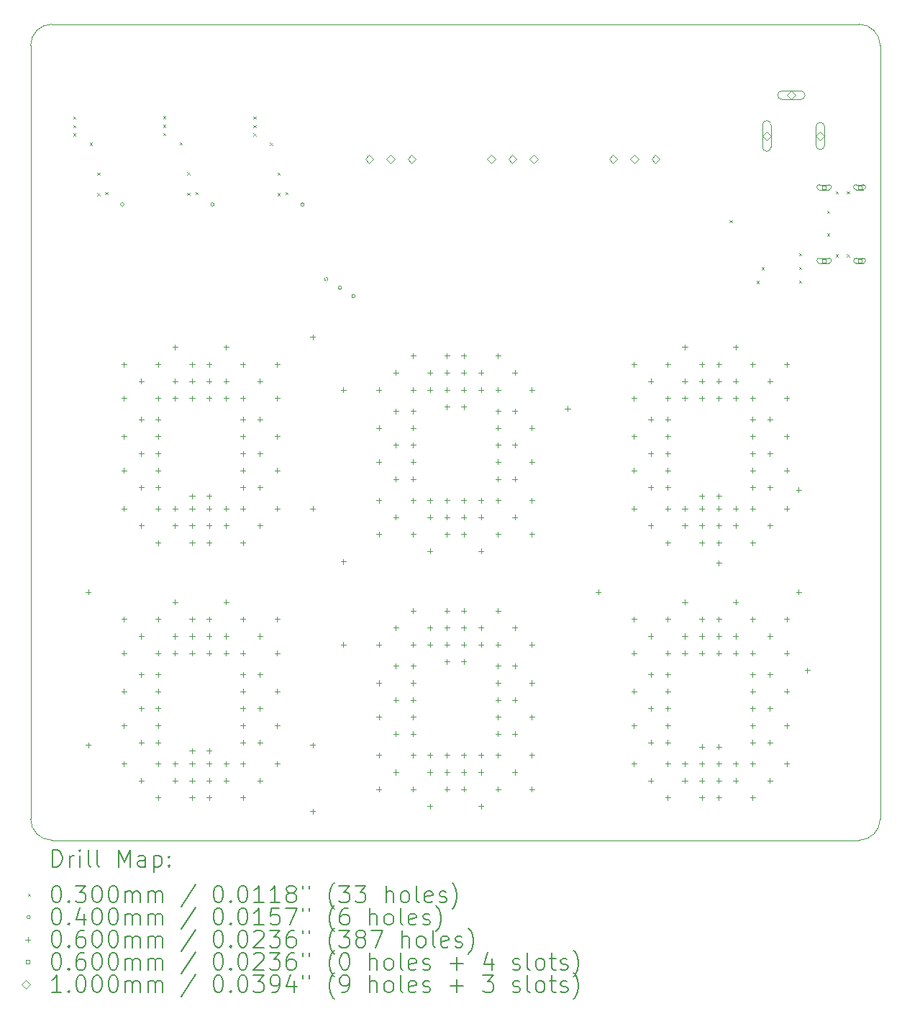
<source format=gbr>
%TF.GenerationSoftware,KiCad,Pcbnew,8.0.4*%
%TF.CreationDate,2024-08-02T19:36:39-07:00*%
%TF.ProjectId,backlight,6261636b-6c69-4676-9874-2e6b69636164,rev?*%
%TF.SameCoordinates,Original*%
%TF.FileFunction,Drillmap*%
%TF.FilePolarity,Positive*%
%FSLAX45Y45*%
G04 Gerber Fmt 4.5, Leading zero omitted, Abs format (unit mm)*
G04 Created by KiCad (PCBNEW 8.0.4) date 2024-08-02 19:36:39*
%MOMM*%
%LPD*%
G01*
G04 APERTURE LIST*
%ADD10C,0.050000*%
%ADD11C,0.200000*%
%ADD12C,0.100000*%
G04 APERTURE END LIST*
D10*
X8450000Y-5200000D02*
X17950000Y-5200000D01*
X17950000Y-5200000D02*
G75*
G02*
X18200000Y-5450000I0J-250000D01*
G01*
X8200000Y-5450000D02*
G75*
G02*
X8450000Y-5200000I250000J0D01*
G01*
X8450000Y-14800000D02*
G75*
G02*
X8200000Y-14550000I0J250000D01*
G01*
X8200000Y-14550000D02*
X8200000Y-5450000D01*
X17950000Y-14800000D02*
X8450000Y-14800000D01*
X18200000Y-5450000D02*
X18200000Y-14550000D01*
X18200000Y-14550000D02*
G75*
G02*
X17950000Y-14800000I-250000J0D01*
G01*
D11*
D12*
X8700000Y-6285000D02*
X8730000Y-6315000D01*
X8730000Y-6285000D02*
X8700000Y-6315000D01*
X8700000Y-6385000D02*
X8730000Y-6415000D01*
X8730000Y-6385000D02*
X8700000Y-6415000D01*
X8700000Y-6485000D02*
X8730000Y-6515000D01*
X8730000Y-6485000D02*
X8700000Y-6515000D01*
X8895000Y-6595000D02*
X8925000Y-6625000D01*
X8925000Y-6595000D02*
X8895000Y-6625000D01*
X8985000Y-6945000D02*
X9015000Y-6975000D01*
X9015000Y-6945000D02*
X8985000Y-6975000D01*
X8985000Y-7185000D02*
X9015000Y-7215000D01*
X9015000Y-7185000D02*
X8985000Y-7215000D01*
X9080000Y-7175000D02*
X9110000Y-7205000D01*
X9110000Y-7175000D02*
X9080000Y-7205000D01*
X9760000Y-6280000D02*
X9790000Y-6310000D01*
X9790000Y-6280000D02*
X9760000Y-6310000D01*
X9760000Y-6380000D02*
X9790000Y-6410000D01*
X9790000Y-6380000D02*
X9760000Y-6410000D01*
X9760000Y-6480000D02*
X9790000Y-6510000D01*
X9790000Y-6480000D02*
X9760000Y-6510000D01*
X9955000Y-6590000D02*
X9985000Y-6620000D01*
X9985000Y-6590000D02*
X9955000Y-6620000D01*
X10045000Y-6940000D02*
X10075000Y-6970000D01*
X10075000Y-6940000D02*
X10045000Y-6970000D01*
X10045000Y-7180000D02*
X10075000Y-7210000D01*
X10075000Y-7180000D02*
X10045000Y-7210000D01*
X10140000Y-7175000D02*
X10170000Y-7205000D01*
X10170000Y-7175000D02*
X10140000Y-7205000D01*
X10820000Y-6285000D02*
X10850000Y-6315000D01*
X10850000Y-6285000D02*
X10820000Y-6315000D01*
X10820000Y-6385000D02*
X10850000Y-6415000D01*
X10850000Y-6385000D02*
X10820000Y-6415000D01*
X10820000Y-6485000D02*
X10850000Y-6515000D01*
X10850000Y-6485000D02*
X10820000Y-6515000D01*
X11015000Y-6595000D02*
X11045000Y-6625000D01*
X11045000Y-6595000D02*
X11015000Y-6625000D01*
X11105000Y-6945000D02*
X11135000Y-6975000D01*
X11135000Y-6945000D02*
X11105000Y-6975000D01*
X11105000Y-7185000D02*
X11135000Y-7215000D01*
X11135000Y-7185000D02*
X11105000Y-7215000D01*
X11200000Y-7175000D02*
X11230000Y-7205000D01*
X11230000Y-7175000D02*
X11200000Y-7205000D01*
X16425000Y-7505000D02*
X16455000Y-7535000D01*
X16455000Y-7505000D02*
X16425000Y-7535000D01*
X16745000Y-8217500D02*
X16775000Y-8247500D01*
X16775000Y-8217500D02*
X16745000Y-8247500D01*
X16805000Y-8057500D02*
X16835000Y-8087500D01*
X16835000Y-8057500D02*
X16805000Y-8087500D01*
X17245000Y-7895000D02*
X17275000Y-7925000D01*
X17275000Y-7895000D02*
X17245000Y-7925000D01*
X17245000Y-8055000D02*
X17275000Y-8085000D01*
X17275000Y-8055000D02*
X17245000Y-8085000D01*
X17245000Y-8215000D02*
X17275000Y-8245000D01*
X17275000Y-8215000D02*
X17245000Y-8245000D01*
X17575000Y-7395000D02*
X17605000Y-7425000D01*
X17605000Y-7395000D02*
X17575000Y-7425000D01*
X17575000Y-7660000D02*
X17605000Y-7690000D01*
X17605000Y-7660000D02*
X17575000Y-7690000D01*
X17675000Y-7165000D02*
X17705000Y-7195000D01*
X17705000Y-7165000D02*
X17675000Y-7195000D01*
X17675000Y-7905000D02*
X17705000Y-7935000D01*
X17705000Y-7905000D02*
X17675000Y-7935000D01*
X17805000Y-7165000D02*
X17835000Y-7195000D01*
X17835000Y-7165000D02*
X17805000Y-7195000D01*
X17805000Y-7905000D02*
X17835000Y-7935000D01*
X17835000Y-7905000D02*
X17805000Y-7935000D01*
X9300000Y-7320000D02*
G75*
G02*
X9260000Y-7320000I-20000J0D01*
G01*
X9260000Y-7320000D02*
G75*
G02*
X9300000Y-7320000I20000J0D01*
G01*
X10360000Y-7320000D02*
G75*
G02*
X10320000Y-7320000I-20000J0D01*
G01*
X10320000Y-7320000D02*
G75*
G02*
X10360000Y-7320000I20000J0D01*
G01*
X11420000Y-7320000D02*
G75*
G02*
X11380000Y-7320000I-20000J0D01*
G01*
X11380000Y-7320000D02*
G75*
G02*
X11420000Y-7320000I20000J0D01*
G01*
X11700000Y-8200000D02*
G75*
G02*
X11660000Y-8200000I-20000J0D01*
G01*
X11660000Y-8200000D02*
G75*
G02*
X11700000Y-8200000I20000J0D01*
G01*
X11860000Y-8300000D02*
G75*
G02*
X11820000Y-8300000I-20000J0D01*
G01*
X11820000Y-8300000D02*
G75*
G02*
X11860000Y-8300000I20000J0D01*
G01*
X12020000Y-8400000D02*
G75*
G02*
X11980000Y-8400000I-20000J0D01*
G01*
X11980000Y-8400000D02*
G75*
G02*
X12020000Y-8400000I20000J0D01*
G01*
X8880000Y-11850000D02*
X8880000Y-11910000D01*
X8850000Y-11880000D02*
X8910000Y-11880000D01*
X8880000Y-13650000D02*
X8880000Y-13710000D01*
X8850000Y-13680000D02*
X8910000Y-13680000D01*
X9300000Y-9170000D02*
X9300000Y-9230000D01*
X9270000Y-9200000D02*
X9330000Y-9200000D01*
X9300000Y-9570000D02*
X9300000Y-9630000D01*
X9270000Y-9600000D02*
X9330000Y-9600000D01*
X9300000Y-10020000D02*
X9300000Y-10080000D01*
X9270000Y-10050000D02*
X9330000Y-10050000D01*
X9300000Y-10420000D02*
X9300000Y-10480000D01*
X9270000Y-10450000D02*
X9330000Y-10450000D01*
X9300000Y-10870000D02*
X9300000Y-10930000D01*
X9270000Y-10900000D02*
X9330000Y-10900000D01*
X9300000Y-12170000D02*
X9300000Y-12230000D01*
X9270000Y-12200000D02*
X9330000Y-12200000D01*
X9300000Y-12570000D02*
X9300000Y-12630000D01*
X9270000Y-12600000D02*
X9330000Y-12600000D01*
X9300000Y-13020000D02*
X9300000Y-13080000D01*
X9270000Y-13050000D02*
X9330000Y-13050000D01*
X9300000Y-13420000D02*
X9300000Y-13480000D01*
X9270000Y-13450000D02*
X9330000Y-13450000D01*
X9300000Y-13870000D02*
X9300000Y-13930000D01*
X9270000Y-13900000D02*
X9330000Y-13900000D01*
X9500000Y-9370000D02*
X9500000Y-9430000D01*
X9470000Y-9400000D02*
X9530000Y-9400000D01*
X9500000Y-9820000D02*
X9500000Y-9880000D01*
X9470000Y-9850000D02*
X9530000Y-9850000D01*
X9500000Y-10220000D02*
X9500000Y-10280000D01*
X9470000Y-10250000D02*
X9530000Y-10250000D01*
X9500000Y-10620000D02*
X9500000Y-10680000D01*
X9470000Y-10650000D02*
X9530000Y-10650000D01*
X9500000Y-11070000D02*
X9500000Y-11130000D01*
X9470000Y-11100000D02*
X9530000Y-11100000D01*
X9500000Y-12370000D02*
X9500000Y-12430000D01*
X9470000Y-12400000D02*
X9530000Y-12400000D01*
X9500000Y-12820000D02*
X9500000Y-12880000D01*
X9470000Y-12850000D02*
X9530000Y-12850000D01*
X9500000Y-13220000D02*
X9500000Y-13280000D01*
X9470000Y-13250000D02*
X9530000Y-13250000D01*
X9500000Y-13620000D02*
X9500000Y-13680000D01*
X9470000Y-13650000D02*
X9530000Y-13650000D01*
X9500000Y-14070000D02*
X9500000Y-14130000D01*
X9470000Y-14100000D02*
X9530000Y-14100000D01*
X9700000Y-9170000D02*
X9700000Y-9230000D01*
X9670000Y-9200000D02*
X9730000Y-9200000D01*
X9700000Y-9570000D02*
X9700000Y-9630000D01*
X9670000Y-9600000D02*
X9730000Y-9600000D01*
X9700000Y-9820000D02*
X9700000Y-9880000D01*
X9670000Y-9850000D02*
X9730000Y-9850000D01*
X9700000Y-10020000D02*
X9700000Y-10080000D01*
X9670000Y-10050000D02*
X9730000Y-10050000D01*
X9700000Y-10220000D02*
X9700000Y-10280000D01*
X9670000Y-10250000D02*
X9730000Y-10250000D01*
X9700000Y-10420000D02*
X9700000Y-10480000D01*
X9670000Y-10450000D02*
X9730000Y-10450000D01*
X9700000Y-10620000D02*
X9700000Y-10680000D01*
X9670000Y-10650000D02*
X9730000Y-10650000D01*
X9700000Y-10870000D02*
X9700000Y-10930000D01*
X9670000Y-10900000D02*
X9730000Y-10900000D01*
X9700000Y-11270000D02*
X9700000Y-11330000D01*
X9670000Y-11300000D02*
X9730000Y-11300000D01*
X9700000Y-12170000D02*
X9700000Y-12230000D01*
X9670000Y-12200000D02*
X9730000Y-12200000D01*
X9700000Y-12570000D02*
X9700000Y-12630000D01*
X9670000Y-12600000D02*
X9730000Y-12600000D01*
X9700000Y-12820000D02*
X9700000Y-12880000D01*
X9670000Y-12850000D02*
X9730000Y-12850000D01*
X9700000Y-13020000D02*
X9700000Y-13080000D01*
X9670000Y-13050000D02*
X9730000Y-13050000D01*
X9700000Y-13220000D02*
X9700000Y-13280000D01*
X9670000Y-13250000D02*
X9730000Y-13250000D01*
X9700000Y-13420000D02*
X9700000Y-13480000D01*
X9670000Y-13450000D02*
X9730000Y-13450000D01*
X9700000Y-13620000D02*
X9700000Y-13680000D01*
X9670000Y-13650000D02*
X9730000Y-13650000D01*
X9700000Y-13870000D02*
X9700000Y-13930000D01*
X9670000Y-13900000D02*
X9730000Y-13900000D01*
X9700000Y-14270000D02*
X9700000Y-14330000D01*
X9670000Y-14300000D02*
X9730000Y-14300000D01*
X9900000Y-8970000D02*
X9900000Y-9030000D01*
X9870000Y-9000000D02*
X9930000Y-9000000D01*
X9900000Y-9370000D02*
X9900000Y-9430000D01*
X9870000Y-9400000D02*
X9930000Y-9400000D01*
X9900000Y-9570000D02*
X9900000Y-9630000D01*
X9870000Y-9600000D02*
X9930000Y-9600000D01*
X9900000Y-10870000D02*
X9900000Y-10930000D01*
X9870000Y-10900000D02*
X9930000Y-10900000D01*
X9900000Y-11070000D02*
X9900000Y-11130000D01*
X9870000Y-11100000D02*
X9930000Y-11100000D01*
X9900000Y-11970000D02*
X9900000Y-12030000D01*
X9870000Y-12000000D02*
X9930000Y-12000000D01*
X9900000Y-12370000D02*
X9900000Y-12430000D01*
X9870000Y-12400000D02*
X9930000Y-12400000D01*
X9900000Y-12570000D02*
X9900000Y-12630000D01*
X9870000Y-12600000D02*
X9930000Y-12600000D01*
X9900000Y-13870000D02*
X9900000Y-13930000D01*
X9870000Y-13900000D02*
X9930000Y-13900000D01*
X9900000Y-14070000D02*
X9900000Y-14130000D01*
X9870000Y-14100000D02*
X9930000Y-14100000D01*
X10100000Y-9170000D02*
X10100000Y-9230000D01*
X10070000Y-9200000D02*
X10130000Y-9200000D01*
X10100000Y-9370000D02*
X10100000Y-9430000D01*
X10070000Y-9400000D02*
X10130000Y-9400000D01*
X10100000Y-9570000D02*
X10100000Y-9630000D01*
X10070000Y-9600000D02*
X10130000Y-9600000D01*
X10100000Y-10720000D02*
X10100000Y-10780000D01*
X10070000Y-10750000D02*
X10130000Y-10750000D01*
X10100000Y-10870000D02*
X10100000Y-10930000D01*
X10070000Y-10900000D02*
X10130000Y-10900000D01*
X10100000Y-11070000D02*
X10100000Y-11130000D01*
X10070000Y-11100000D02*
X10130000Y-11100000D01*
X10100000Y-11270000D02*
X10100000Y-11330000D01*
X10070000Y-11300000D02*
X10130000Y-11300000D01*
X10100000Y-12170000D02*
X10100000Y-12230000D01*
X10070000Y-12200000D02*
X10130000Y-12200000D01*
X10100000Y-12370000D02*
X10100000Y-12430000D01*
X10070000Y-12400000D02*
X10130000Y-12400000D01*
X10100000Y-12570000D02*
X10100000Y-12630000D01*
X10070000Y-12600000D02*
X10130000Y-12600000D01*
X10100000Y-13720000D02*
X10100000Y-13780000D01*
X10070000Y-13750000D02*
X10130000Y-13750000D01*
X10100000Y-13870000D02*
X10100000Y-13930000D01*
X10070000Y-13900000D02*
X10130000Y-13900000D01*
X10100000Y-14070000D02*
X10100000Y-14130000D01*
X10070000Y-14100000D02*
X10130000Y-14100000D01*
X10100000Y-14270000D02*
X10100000Y-14330000D01*
X10070000Y-14300000D02*
X10130000Y-14300000D01*
X10300000Y-9170000D02*
X10300000Y-9230000D01*
X10270000Y-9200000D02*
X10330000Y-9200000D01*
X10300000Y-9370000D02*
X10300000Y-9430000D01*
X10270000Y-9400000D02*
X10330000Y-9400000D01*
X10300000Y-9570000D02*
X10300000Y-9630000D01*
X10270000Y-9600000D02*
X10330000Y-9600000D01*
X10300000Y-10720000D02*
X10300000Y-10780000D01*
X10270000Y-10750000D02*
X10330000Y-10750000D01*
X10300000Y-10870000D02*
X10300000Y-10930000D01*
X10270000Y-10900000D02*
X10330000Y-10900000D01*
X10300000Y-11070000D02*
X10300000Y-11130000D01*
X10270000Y-11100000D02*
X10330000Y-11100000D01*
X10300000Y-11270000D02*
X10300000Y-11330000D01*
X10270000Y-11300000D02*
X10330000Y-11300000D01*
X10300000Y-12170000D02*
X10300000Y-12230000D01*
X10270000Y-12200000D02*
X10330000Y-12200000D01*
X10300000Y-12370000D02*
X10300000Y-12430000D01*
X10270000Y-12400000D02*
X10330000Y-12400000D01*
X10300000Y-12570000D02*
X10300000Y-12630000D01*
X10270000Y-12600000D02*
X10330000Y-12600000D01*
X10300000Y-13720000D02*
X10300000Y-13780000D01*
X10270000Y-13750000D02*
X10330000Y-13750000D01*
X10300000Y-13870000D02*
X10300000Y-13930000D01*
X10270000Y-13900000D02*
X10330000Y-13900000D01*
X10300000Y-14070000D02*
X10300000Y-14130000D01*
X10270000Y-14100000D02*
X10330000Y-14100000D01*
X10300000Y-14270000D02*
X10300000Y-14330000D01*
X10270000Y-14300000D02*
X10330000Y-14300000D01*
X10500000Y-8970000D02*
X10500000Y-9030000D01*
X10470000Y-9000000D02*
X10530000Y-9000000D01*
X10500000Y-9370000D02*
X10500000Y-9430000D01*
X10470000Y-9400000D02*
X10530000Y-9400000D01*
X10500000Y-9570000D02*
X10500000Y-9630000D01*
X10470000Y-9600000D02*
X10530000Y-9600000D01*
X10500000Y-10870000D02*
X10500000Y-10930000D01*
X10470000Y-10900000D02*
X10530000Y-10900000D01*
X10500000Y-11070000D02*
X10500000Y-11130000D01*
X10470000Y-11100000D02*
X10530000Y-11100000D01*
X10500000Y-11970000D02*
X10500000Y-12030000D01*
X10470000Y-12000000D02*
X10530000Y-12000000D01*
X10500000Y-12370000D02*
X10500000Y-12430000D01*
X10470000Y-12400000D02*
X10530000Y-12400000D01*
X10500000Y-12570000D02*
X10500000Y-12630000D01*
X10470000Y-12600000D02*
X10530000Y-12600000D01*
X10500000Y-13870000D02*
X10500000Y-13930000D01*
X10470000Y-13900000D02*
X10530000Y-13900000D01*
X10500000Y-14070000D02*
X10500000Y-14130000D01*
X10470000Y-14100000D02*
X10530000Y-14100000D01*
X10700000Y-9170000D02*
X10700000Y-9230000D01*
X10670000Y-9200000D02*
X10730000Y-9200000D01*
X10700000Y-9570000D02*
X10700000Y-9630000D01*
X10670000Y-9600000D02*
X10730000Y-9600000D01*
X10700000Y-9820000D02*
X10700000Y-9880000D01*
X10670000Y-9850000D02*
X10730000Y-9850000D01*
X10700000Y-10020000D02*
X10700000Y-10080000D01*
X10670000Y-10050000D02*
X10730000Y-10050000D01*
X10700000Y-10220000D02*
X10700000Y-10280000D01*
X10670000Y-10250000D02*
X10730000Y-10250000D01*
X10700000Y-10420000D02*
X10700000Y-10480000D01*
X10670000Y-10450000D02*
X10730000Y-10450000D01*
X10700000Y-10620000D02*
X10700000Y-10680000D01*
X10670000Y-10650000D02*
X10730000Y-10650000D01*
X10700000Y-10870000D02*
X10700000Y-10930000D01*
X10670000Y-10900000D02*
X10730000Y-10900000D01*
X10700000Y-11270000D02*
X10700000Y-11330000D01*
X10670000Y-11300000D02*
X10730000Y-11300000D01*
X10700000Y-12170000D02*
X10700000Y-12230000D01*
X10670000Y-12200000D02*
X10730000Y-12200000D01*
X10700000Y-12570000D02*
X10700000Y-12630000D01*
X10670000Y-12600000D02*
X10730000Y-12600000D01*
X10700000Y-12820000D02*
X10700000Y-12880000D01*
X10670000Y-12850000D02*
X10730000Y-12850000D01*
X10700000Y-13020000D02*
X10700000Y-13080000D01*
X10670000Y-13050000D02*
X10730000Y-13050000D01*
X10700000Y-13220000D02*
X10700000Y-13280000D01*
X10670000Y-13250000D02*
X10730000Y-13250000D01*
X10700000Y-13420000D02*
X10700000Y-13480000D01*
X10670000Y-13450000D02*
X10730000Y-13450000D01*
X10700000Y-13620000D02*
X10700000Y-13680000D01*
X10670000Y-13650000D02*
X10730000Y-13650000D01*
X10700000Y-13870000D02*
X10700000Y-13930000D01*
X10670000Y-13900000D02*
X10730000Y-13900000D01*
X10700000Y-14270000D02*
X10700000Y-14330000D01*
X10670000Y-14300000D02*
X10730000Y-14300000D01*
X10900000Y-9370000D02*
X10900000Y-9430000D01*
X10870000Y-9400000D02*
X10930000Y-9400000D01*
X10900000Y-9820000D02*
X10900000Y-9880000D01*
X10870000Y-9850000D02*
X10930000Y-9850000D01*
X10900000Y-10220000D02*
X10900000Y-10280000D01*
X10870000Y-10250000D02*
X10930000Y-10250000D01*
X10900000Y-10620000D02*
X10900000Y-10680000D01*
X10870000Y-10650000D02*
X10930000Y-10650000D01*
X10900000Y-11070000D02*
X10900000Y-11130000D01*
X10870000Y-11100000D02*
X10930000Y-11100000D01*
X10900000Y-12370000D02*
X10900000Y-12430000D01*
X10870000Y-12400000D02*
X10930000Y-12400000D01*
X10900000Y-12820000D02*
X10900000Y-12880000D01*
X10870000Y-12850000D02*
X10930000Y-12850000D01*
X10900000Y-13220000D02*
X10900000Y-13280000D01*
X10870000Y-13250000D02*
X10930000Y-13250000D01*
X10900000Y-13620000D02*
X10900000Y-13680000D01*
X10870000Y-13650000D02*
X10930000Y-13650000D01*
X10900000Y-14070000D02*
X10900000Y-14130000D01*
X10870000Y-14100000D02*
X10930000Y-14100000D01*
X11100000Y-9170000D02*
X11100000Y-9230000D01*
X11070000Y-9200000D02*
X11130000Y-9200000D01*
X11100000Y-9570000D02*
X11100000Y-9630000D01*
X11070000Y-9600000D02*
X11130000Y-9600000D01*
X11100000Y-10020000D02*
X11100000Y-10080000D01*
X11070000Y-10050000D02*
X11130000Y-10050000D01*
X11100000Y-10420000D02*
X11100000Y-10480000D01*
X11070000Y-10450000D02*
X11130000Y-10450000D01*
X11100000Y-10870000D02*
X11100000Y-10930000D01*
X11070000Y-10900000D02*
X11130000Y-10900000D01*
X11100000Y-12170000D02*
X11100000Y-12230000D01*
X11070000Y-12200000D02*
X11130000Y-12200000D01*
X11100000Y-12570000D02*
X11100000Y-12630000D01*
X11070000Y-12600000D02*
X11130000Y-12600000D01*
X11100000Y-13020000D02*
X11100000Y-13080000D01*
X11070000Y-13050000D02*
X11130000Y-13050000D01*
X11100000Y-13420000D02*
X11100000Y-13480000D01*
X11070000Y-13450000D02*
X11130000Y-13450000D01*
X11100000Y-13870000D02*
X11100000Y-13930000D01*
X11070000Y-13900000D02*
X11130000Y-13900000D01*
X11520000Y-8850000D02*
X11520000Y-8910000D01*
X11490000Y-8880000D02*
X11550000Y-8880000D01*
X11520000Y-10870000D02*
X11520000Y-10930000D01*
X11490000Y-10900000D02*
X11550000Y-10900000D01*
X11520000Y-13650000D02*
X11520000Y-13710000D01*
X11490000Y-13680000D02*
X11550000Y-13680000D01*
X11520000Y-14430000D02*
X11520000Y-14490000D01*
X11490000Y-14460000D02*
X11550000Y-14460000D01*
X11880000Y-9470000D02*
X11880000Y-9530000D01*
X11850000Y-9500000D02*
X11910000Y-9500000D01*
X11880000Y-11490000D02*
X11880000Y-11550000D01*
X11850000Y-11520000D02*
X11910000Y-11520000D01*
X11880000Y-12470000D02*
X11880000Y-12530000D01*
X11850000Y-12500000D02*
X11910000Y-12500000D01*
X12300000Y-9470000D02*
X12300000Y-9530000D01*
X12270000Y-9500000D02*
X12330000Y-9500000D01*
X12300000Y-9920000D02*
X12300000Y-9980000D01*
X12270000Y-9950000D02*
X12330000Y-9950000D01*
X12300000Y-10320000D02*
X12300000Y-10380000D01*
X12270000Y-10350000D02*
X12330000Y-10350000D01*
X12300000Y-10770000D02*
X12300000Y-10830000D01*
X12270000Y-10800000D02*
X12330000Y-10800000D01*
X12300000Y-11170000D02*
X12300000Y-11230000D01*
X12270000Y-11200000D02*
X12330000Y-11200000D01*
X12300000Y-12470000D02*
X12300000Y-12530000D01*
X12270000Y-12500000D02*
X12330000Y-12500000D01*
X12300000Y-12920000D02*
X12300000Y-12980000D01*
X12270000Y-12950000D02*
X12330000Y-12950000D01*
X12300000Y-13320000D02*
X12300000Y-13380000D01*
X12270000Y-13350000D02*
X12330000Y-13350000D01*
X12300000Y-13770000D02*
X12300000Y-13830000D01*
X12270000Y-13800000D02*
X12330000Y-13800000D01*
X12300000Y-14170000D02*
X12300000Y-14230000D01*
X12270000Y-14200000D02*
X12330000Y-14200000D01*
X12500000Y-9270000D02*
X12500000Y-9330000D01*
X12470000Y-9300000D02*
X12530000Y-9300000D01*
X12500000Y-9720000D02*
X12500000Y-9780000D01*
X12470000Y-9750000D02*
X12530000Y-9750000D01*
X12500000Y-10120000D02*
X12500000Y-10180000D01*
X12470000Y-10150000D02*
X12530000Y-10150000D01*
X12500000Y-10520000D02*
X12500000Y-10580000D01*
X12470000Y-10550000D02*
X12530000Y-10550000D01*
X12500000Y-10970000D02*
X12500000Y-11030000D01*
X12470000Y-11000000D02*
X12530000Y-11000000D01*
X12500000Y-12270000D02*
X12500000Y-12330000D01*
X12470000Y-12300000D02*
X12530000Y-12300000D01*
X12500000Y-12720000D02*
X12500000Y-12780000D01*
X12470000Y-12750000D02*
X12530000Y-12750000D01*
X12500000Y-13120000D02*
X12500000Y-13180000D01*
X12470000Y-13150000D02*
X12530000Y-13150000D01*
X12500000Y-13520000D02*
X12500000Y-13580000D01*
X12470000Y-13550000D02*
X12530000Y-13550000D01*
X12500000Y-13970000D02*
X12500000Y-14030000D01*
X12470000Y-14000000D02*
X12530000Y-14000000D01*
X12700000Y-10120000D02*
X12700000Y-10180000D01*
X12670000Y-10150000D02*
X12730000Y-10150000D01*
X12700000Y-10520000D02*
X12700000Y-10580000D01*
X12670000Y-10550000D02*
X12730000Y-10550000D01*
X12700000Y-9070000D02*
X12700000Y-9130000D01*
X12670000Y-9100000D02*
X12730000Y-9100000D01*
X12700000Y-9470000D02*
X12700000Y-9530000D01*
X12670000Y-9500000D02*
X12730000Y-9500000D01*
X12700000Y-9720000D02*
X12700000Y-9780000D01*
X12670000Y-9750000D02*
X12730000Y-9750000D01*
X12700000Y-9920000D02*
X12700000Y-9980000D01*
X12670000Y-9950000D02*
X12730000Y-9950000D01*
X12700000Y-10320000D02*
X12700000Y-10380000D01*
X12670000Y-10350000D02*
X12730000Y-10350000D01*
X12700000Y-10770000D02*
X12700000Y-10830000D01*
X12670000Y-10800000D02*
X12730000Y-10800000D01*
X12700000Y-11170000D02*
X12700000Y-11230000D01*
X12670000Y-11200000D02*
X12730000Y-11200000D01*
X12700000Y-13120000D02*
X12700000Y-13180000D01*
X12670000Y-13150000D02*
X12730000Y-13150000D01*
X12700000Y-13520000D02*
X12700000Y-13580000D01*
X12670000Y-13550000D02*
X12730000Y-13550000D01*
X12700000Y-12070000D02*
X12700000Y-12130000D01*
X12670000Y-12100000D02*
X12730000Y-12100000D01*
X12700000Y-12470000D02*
X12700000Y-12530000D01*
X12670000Y-12500000D02*
X12730000Y-12500000D01*
X12700000Y-12720000D02*
X12700000Y-12780000D01*
X12670000Y-12750000D02*
X12730000Y-12750000D01*
X12700000Y-12920000D02*
X12700000Y-12980000D01*
X12670000Y-12950000D02*
X12730000Y-12950000D01*
X12700000Y-13320000D02*
X12700000Y-13380000D01*
X12670000Y-13350000D02*
X12730000Y-13350000D01*
X12700000Y-13770000D02*
X12700000Y-13830000D01*
X12670000Y-13800000D02*
X12730000Y-13800000D01*
X12700000Y-14170000D02*
X12700000Y-14230000D01*
X12670000Y-14200000D02*
X12730000Y-14200000D01*
X12900000Y-9470000D02*
X12900000Y-9530000D01*
X12870000Y-9500000D02*
X12930000Y-9500000D01*
X12900000Y-10770000D02*
X12900000Y-10830000D01*
X12870000Y-10800000D02*
X12930000Y-10800000D01*
X12900000Y-9270000D02*
X12900000Y-9330000D01*
X12870000Y-9300000D02*
X12930000Y-9300000D01*
X12900000Y-10970000D02*
X12900000Y-11030000D01*
X12870000Y-11000000D02*
X12930000Y-11000000D01*
X12900000Y-11370000D02*
X12900000Y-11430000D01*
X12870000Y-11400000D02*
X12930000Y-11400000D01*
X12900000Y-12470000D02*
X12900000Y-12530000D01*
X12870000Y-12500000D02*
X12930000Y-12500000D01*
X12900000Y-13770000D02*
X12900000Y-13830000D01*
X12870000Y-13800000D02*
X12930000Y-13800000D01*
X12900000Y-12270000D02*
X12900000Y-12330000D01*
X12870000Y-12300000D02*
X12930000Y-12300000D01*
X12900000Y-13970000D02*
X12900000Y-14030000D01*
X12870000Y-14000000D02*
X12930000Y-14000000D01*
X12900000Y-14370000D02*
X12900000Y-14430000D01*
X12870000Y-14400000D02*
X12930000Y-14400000D01*
X13100000Y-9270000D02*
X13100000Y-9330000D01*
X13070000Y-9300000D02*
X13130000Y-9300000D01*
X13100000Y-9670000D02*
X13100000Y-9730000D01*
X13070000Y-9700000D02*
X13130000Y-9700000D01*
X13100000Y-9070000D02*
X13100000Y-9130000D01*
X13070000Y-9100000D02*
X13130000Y-9100000D01*
X13100000Y-10770000D02*
X13100000Y-10830000D01*
X13070000Y-10800000D02*
X13130000Y-10800000D01*
X13100000Y-10970000D02*
X13100000Y-11030000D01*
X13070000Y-11000000D02*
X13130000Y-11000000D01*
X13100000Y-11170000D02*
X13100000Y-11230000D01*
X13070000Y-11200000D02*
X13130000Y-11200000D01*
X13100000Y-12270000D02*
X13100000Y-12330000D01*
X13070000Y-12300000D02*
X13130000Y-12300000D01*
X13100000Y-12670000D02*
X13100000Y-12730000D01*
X13070000Y-12700000D02*
X13130000Y-12700000D01*
X13100000Y-9470000D02*
X13100000Y-9530000D01*
X13070000Y-9500000D02*
X13130000Y-9500000D01*
X13100000Y-12070000D02*
X13100000Y-12130000D01*
X13070000Y-12100000D02*
X13130000Y-12100000D01*
X13100000Y-13770000D02*
X13100000Y-13830000D01*
X13070000Y-13800000D02*
X13130000Y-13800000D01*
X13100000Y-13970000D02*
X13100000Y-14030000D01*
X13070000Y-14000000D02*
X13130000Y-14000000D01*
X13100000Y-14170000D02*
X13100000Y-14230000D01*
X13070000Y-14200000D02*
X13130000Y-14200000D01*
X13100000Y-12470000D02*
X13100000Y-12530000D01*
X13070000Y-12500000D02*
X13130000Y-12500000D01*
X13300000Y-9470000D02*
X13300000Y-9530000D01*
X13270000Y-9500000D02*
X13330000Y-9500000D01*
X13300000Y-9070000D02*
X13300000Y-9130000D01*
X13270000Y-9100000D02*
X13330000Y-9100000D01*
X13300000Y-10770000D02*
X13300000Y-10830000D01*
X13270000Y-10800000D02*
X13330000Y-10800000D01*
X13300000Y-10970000D02*
X13300000Y-11030000D01*
X13270000Y-11000000D02*
X13330000Y-11000000D01*
X13300000Y-11170000D02*
X13300000Y-11230000D01*
X13270000Y-11200000D02*
X13330000Y-11200000D01*
X13300000Y-12470000D02*
X13300000Y-12530000D01*
X13270000Y-12500000D02*
X13330000Y-12500000D01*
X13300000Y-9270000D02*
X13300000Y-9330000D01*
X13270000Y-9300000D02*
X13330000Y-9300000D01*
X13300000Y-9670000D02*
X13300000Y-9730000D01*
X13270000Y-9700000D02*
X13330000Y-9700000D01*
X13300000Y-12070000D02*
X13300000Y-12130000D01*
X13270000Y-12100000D02*
X13330000Y-12100000D01*
X13300000Y-13770000D02*
X13300000Y-13830000D01*
X13270000Y-13800000D02*
X13330000Y-13800000D01*
X13300000Y-13970000D02*
X13300000Y-14030000D01*
X13270000Y-14000000D02*
X13330000Y-14000000D01*
X13300000Y-14170000D02*
X13300000Y-14230000D01*
X13270000Y-14200000D02*
X13330000Y-14200000D01*
X13300000Y-12270000D02*
X13300000Y-12330000D01*
X13270000Y-12300000D02*
X13330000Y-12300000D01*
X13300000Y-12670000D02*
X13300000Y-12730000D01*
X13270000Y-12700000D02*
X13330000Y-12700000D01*
X13500000Y-9270000D02*
X13500000Y-9330000D01*
X13470000Y-9300000D02*
X13530000Y-9300000D01*
X13500000Y-10970000D02*
X13500000Y-11030000D01*
X13470000Y-11000000D02*
X13530000Y-11000000D01*
X13500000Y-11370000D02*
X13500000Y-11430000D01*
X13470000Y-11400000D02*
X13530000Y-11400000D01*
X13500000Y-9470000D02*
X13500000Y-9530000D01*
X13470000Y-9500000D02*
X13530000Y-9500000D01*
X13500000Y-10770000D02*
X13500000Y-10830000D01*
X13470000Y-10800000D02*
X13530000Y-10800000D01*
X13500000Y-12270000D02*
X13500000Y-12330000D01*
X13470000Y-12300000D02*
X13530000Y-12300000D01*
X13500000Y-13970000D02*
X13500000Y-14030000D01*
X13470000Y-14000000D02*
X13530000Y-14000000D01*
X13500000Y-14370000D02*
X13500000Y-14430000D01*
X13470000Y-14400000D02*
X13530000Y-14400000D01*
X13500000Y-12470000D02*
X13500000Y-12530000D01*
X13470000Y-12500000D02*
X13530000Y-12500000D01*
X13500000Y-13770000D02*
X13500000Y-13830000D01*
X13470000Y-13800000D02*
X13530000Y-13800000D01*
X13700000Y-9070000D02*
X13700000Y-9130000D01*
X13670000Y-9100000D02*
X13730000Y-9100000D01*
X13700000Y-9470000D02*
X13700000Y-9530000D01*
X13670000Y-9500000D02*
X13730000Y-9500000D01*
X13700000Y-9720000D02*
X13700000Y-9780000D01*
X13670000Y-9750000D02*
X13730000Y-9750000D01*
X13700000Y-9920000D02*
X13700000Y-9980000D01*
X13670000Y-9950000D02*
X13730000Y-9950000D01*
X13700000Y-10320000D02*
X13700000Y-10380000D01*
X13670000Y-10350000D02*
X13730000Y-10350000D01*
X13700000Y-10770000D02*
X13700000Y-10830000D01*
X13670000Y-10800000D02*
X13730000Y-10800000D01*
X13700000Y-11170000D02*
X13700000Y-11230000D01*
X13670000Y-11200000D02*
X13730000Y-11200000D01*
X13700000Y-10120000D02*
X13700000Y-10180000D01*
X13670000Y-10150000D02*
X13730000Y-10150000D01*
X13700000Y-10520000D02*
X13700000Y-10580000D01*
X13670000Y-10550000D02*
X13730000Y-10550000D01*
X13700000Y-12070000D02*
X13700000Y-12130000D01*
X13670000Y-12100000D02*
X13730000Y-12100000D01*
X13700000Y-12470000D02*
X13700000Y-12530000D01*
X13670000Y-12500000D02*
X13730000Y-12500000D01*
X13700000Y-12720000D02*
X13700000Y-12780000D01*
X13670000Y-12750000D02*
X13730000Y-12750000D01*
X13700000Y-12920000D02*
X13700000Y-12980000D01*
X13670000Y-12950000D02*
X13730000Y-12950000D01*
X13700000Y-13320000D02*
X13700000Y-13380000D01*
X13670000Y-13350000D02*
X13730000Y-13350000D01*
X13700000Y-13770000D02*
X13700000Y-13830000D01*
X13670000Y-13800000D02*
X13730000Y-13800000D01*
X13700000Y-14170000D02*
X13700000Y-14230000D01*
X13670000Y-14200000D02*
X13730000Y-14200000D01*
X13700000Y-13120000D02*
X13700000Y-13180000D01*
X13670000Y-13150000D02*
X13730000Y-13150000D01*
X13700000Y-13520000D02*
X13700000Y-13580000D01*
X13670000Y-13550000D02*
X13730000Y-13550000D01*
X13900000Y-9270000D02*
X13900000Y-9330000D01*
X13870000Y-9300000D02*
X13930000Y-9300000D01*
X13900000Y-9720000D02*
X13900000Y-9780000D01*
X13870000Y-9750000D02*
X13930000Y-9750000D01*
X13900000Y-10120000D02*
X13900000Y-10180000D01*
X13870000Y-10150000D02*
X13930000Y-10150000D01*
X13900000Y-10520000D02*
X13900000Y-10580000D01*
X13870000Y-10550000D02*
X13930000Y-10550000D01*
X13900000Y-10970000D02*
X13900000Y-11030000D01*
X13870000Y-11000000D02*
X13930000Y-11000000D01*
X13900000Y-12270000D02*
X13900000Y-12330000D01*
X13870000Y-12300000D02*
X13930000Y-12300000D01*
X13900000Y-12720000D02*
X13900000Y-12780000D01*
X13870000Y-12750000D02*
X13930000Y-12750000D01*
X13900000Y-13120000D02*
X13900000Y-13180000D01*
X13870000Y-13150000D02*
X13930000Y-13150000D01*
X13900000Y-13520000D02*
X13900000Y-13580000D01*
X13870000Y-13550000D02*
X13930000Y-13550000D01*
X13900000Y-13970000D02*
X13900000Y-14030000D01*
X13870000Y-14000000D02*
X13930000Y-14000000D01*
X14100000Y-9470000D02*
X14100000Y-9530000D01*
X14070000Y-9500000D02*
X14130000Y-9500000D01*
X14100000Y-9920000D02*
X14100000Y-9980000D01*
X14070000Y-9950000D02*
X14130000Y-9950000D01*
X14100000Y-10320000D02*
X14100000Y-10380000D01*
X14070000Y-10350000D02*
X14130000Y-10350000D01*
X14100000Y-10770000D02*
X14100000Y-10830000D01*
X14070000Y-10800000D02*
X14130000Y-10800000D01*
X14100000Y-11170000D02*
X14100000Y-11230000D01*
X14070000Y-11200000D02*
X14130000Y-11200000D01*
X14100000Y-12470000D02*
X14100000Y-12530000D01*
X14070000Y-12500000D02*
X14130000Y-12500000D01*
X14100000Y-12920000D02*
X14100000Y-12980000D01*
X14070000Y-12950000D02*
X14130000Y-12950000D01*
X14100000Y-13320000D02*
X14100000Y-13380000D01*
X14070000Y-13350000D02*
X14130000Y-13350000D01*
X14100000Y-13770000D02*
X14100000Y-13830000D01*
X14070000Y-13800000D02*
X14130000Y-13800000D01*
X14100000Y-14170000D02*
X14100000Y-14230000D01*
X14070000Y-14200000D02*
X14130000Y-14200000D01*
X14520000Y-9690000D02*
X14520000Y-9750000D01*
X14490000Y-9720000D02*
X14550000Y-9720000D01*
X14880000Y-11850000D02*
X14880000Y-11910000D01*
X14850000Y-11880000D02*
X14910000Y-11880000D01*
X15300000Y-9170000D02*
X15300000Y-9230000D01*
X15270000Y-9200000D02*
X15330000Y-9200000D01*
X15300000Y-9570000D02*
X15300000Y-9630000D01*
X15270000Y-9600000D02*
X15330000Y-9600000D01*
X15300000Y-10020000D02*
X15300000Y-10080000D01*
X15270000Y-10050000D02*
X15330000Y-10050000D01*
X15300000Y-10420000D02*
X15300000Y-10480000D01*
X15270000Y-10450000D02*
X15330000Y-10450000D01*
X15300000Y-10870000D02*
X15300000Y-10930000D01*
X15270000Y-10900000D02*
X15330000Y-10900000D01*
X15300000Y-12170000D02*
X15300000Y-12230000D01*
X15270000Y-12200000D02*
X15330000Y-12200000D01*
X15300000Y-12570000D02*
X15300000Y-12630000D01*
X15270000Y-12600000D02*
X15330000Y-12600000D01*
X15300000Y-13020000D02*
X15300000Y-13080000D01*
X15270000Y-13050000D02*
X15330000Y-13050000D01*
X15300000Y-13420000D02*
X15300000Y-13480000D01*
X15270000Y-13450000D02*
X15330000Y-13450000D01*
X15300000Y-13870000D02*
X15300000Y-13930000D01*
X15270000Y-13900000D02*
X15330000Y-13900000D01*
X15500000Y-9370000D02*
X15500000Y-9430000D01*
X15470000Y-9400000D02*
X15530000Y-9400000D01*
X15500000Y-9820000D02*
X15500000Y-9880000D01*
X15470000Y-9850000D02*
X15530000Y-9850000D01*
X15500000Y-10220000D02*
X15500000Y-10280000D01*
X15470000Y-10250000D02*
X15530000Y-10250000D01*
X15500000Y-10620000D02*
X15500000Y-10680000D01*
X15470000Y-10650000D02*
X15530000Y-10650000D01*
X15500000Y-11070000D02*
X15500000Y-11130000D01*
X15470000Y-11100000D02*
X15530000Y-11100000D01*
X15500000Y-12370000D02*
X15500000Y-12430000D01*
X15470000Y-12400000D02*
X15530000Y-12400000D01*
X15500000Y-12820000D02*
X15500000Y-12880000D01*
X15470000Y-12850000D02*
X15530000Y-12850000D01*
X15500000Y-13220000D02*
X15500000Y-13280000D01*
X15470000Y-13250000D02*
X15530000Y-13250000D01*
X15500000Y-13620000D02*
X15500000Y-13680000D01*
X15470000Y-13650000D02*
X15530000Y-13650000D01*
X15500000Y-14070000D02*
X15500000Y-14130000D01*
X15470000Y-14100000D02*
X15530000Y-14100000D01*
X15700000Y-9170000D02*
X15700000Y-9230000D01*
X15670000Y-9200000D02*
X15730000Y-9200000D01*
X15700000Y-9570000D02*
X15700000Y-9630000D01*
X15670000Y-9600000D02*
X15730000Y-9600000D01*
X15700000Y-9820000D02*
X15700000Y-9880000D01*
X15670000Y-9850000D02*
X15730000Y-9850000D01*
X15700000Y-10020000D02*
X15700000Y-10080000D01*
X15670000Y-10050000D02*
X15730000Y-10050000D01*
X15700000Y-10220000D02*
X15700000Y-10280000D01*
X15670000Y-10250000D02*
X15730000Y-10250000D01*
X15700000Y-10420000D02*
X15700000Y-10480000D01*
X15670000Y-10450000D02*
X15730000Y-10450000D01*
X15700000Y-10620000D02*
X15700000Y-10680000D01*
X15670000Y-10650000D02*
X15730000Y-10650000D01*
X15700000Y-10870000D02*
X15700000Y-10930000D01*
X15670000Y-10900000D02*
X15730000Y-10900000D01*
X15700000Y-11270000D02*
X15700000Y-11330000D01*
X15670000Y-11300000D02*
X15730000Y-11300000D01*
X15700000Y-12170000D02*
X15700000Y-12230000D01*
X15670000Y-12200000D02*
X15730000Y-12200000D01*
X15700000Y-12570000D02*
X15700000Y-12630000D01*
X15670000Y-12600000D02*
X15730000Y-12600000D01*
X15700000Y-12820000D02*
X15700000Y-12880000D01*
X15670000Y-12850000D02*
X15730000Y-12850000D01*
X15700000Y-13020000D02*
X15700000Y-13080000D01*
X15670000Y-13050000D02*
X15730000Y-13050000D01*
X15700000Y-13220000D02*
X15700000Y-13280000D01*
X15670000Y-13250000D02*
X15730000Y-13250000D01*
X15700000Y-13420000D02*
X15700000Y-13480000D01*
X15670000Y-13450000D02*
X15730000Y-13450000D01*
X15700000Y-13620000D02*
X15700000Y-13680000D01*
X15670000Y-13650000D02*
X15730000Y-13650000D01*
X15700000Y-13870000D02*
X15700000Y-13930000D01*
X15670000Y-13900000D02*
X15730000Y-13900000D01*
X15700000Y-14270000D02*
X15700000Y-14330000D01*
X15670000Y-14300000D02*
X15730000Y-14300000D01*
X15900000Y-8970000D02*
X15900000Y-9030000D01*
X15870000Y-9000000D02*
X15930000Y-9000000D01*
X15900000Y-9370000D02*
X15900000Y-9430000D01*
X15870000Y-9400000D02*
X15930000Y-9400000D01*
X15900000Y-9570000D02*
X15900000Y-9630000D01*
X15870000Y-9600000D02*
X15930000Y-9600000D01*
X15900000Y-10870000D02*
X15900000Y-10930000D01*
X15870000Y-10900000D02*
X15930000Y-10900000D01*
X15900000Y-11070000D02*
X15900000Y-11130000D01*
X15870000Y-11100000D02*
X15930000Y-11100000D01*
X15900000Y-11970000D02*
X15900000Y-12030000D01*
X15870000Y-12000000D02*
X15930000Y-12000000D01*
X15900000Y-12370000D02*
X15900000Y-12430000D01*
X15870000Y-12400000D02*
X15930000Y-12400000D01*
X15900000Y-12570000D02*
X15900000Y-12630000D01*
X15870000Y-12600000D02*
X15930000Y-12600000D01*
X15900000Y-13870000D02*
X15900000Y-13930000D01*
X15870000Y-13900000D02*
X15930000Y-13900000D01*
X15900000Y-14070000D02*
X15900000Y-14130000D01*
X15870000Y-14100000D02*
X15930000Y-14100000D01*
X16100000Y-9170000D02*
X16100000Y-9230000D01*
X16070000Y-9200000D02*
X16130000Y-9200000D01*
X16100000Y-9370000D02*
X16100000Y-9430000D01*
X16070000Y-9400000D02*
X16130000Y-9400000D01*
X16100000Y-9570000D02*
X16100000Y-9630000D01*
X16070000Y-9600000D02*
X16130000Y-9600000D01*
X16100000Y-10720000D02*
X16100000Y-10780000D01*
X16070000Y-10750000D02*
X16130000Y-10750000D01*
X16100000Y-10870000D02*
X16100000Y-10930000D01*
X16070000Y-10900000D02*
X16130000Y-10900000D01*
X16100000Y-11070000D02*
X16100000Y-11130000D01*
X16070000Y-11100000D02*
X16130000Y-11100000D01*
X16100000Y-11270000D02*
X16100000Y-11330000D01*
X16070000Y-11300000D02*
X16130000Y-11300000D01*
X16100000Y-12170000D02*
X16100000Y-12230000D01*
X16070000Y-12200000D02*
X16130000Y-12200000D01*
X16100000Y-12370000D02*
X16100000Y-12430000D01*
X16070000Y-12400000D02*
X16130000Y-12400000D01*
X16100000Y-12570000D02*
X16100000Y-12630000D01*
X16070000Y-12600000D02*
X16130000Y-12600000D01*
X16100000Y-13670000D02*
X16100000Y-13730000D01*
X16070000Y-13700000D02*
X16130000Y-13700000D01*
X16100000Y-13870000D02*
X16100000Y-13930000D01*
X16070000Y-13900000D02*
X16130000Y-13900000D01*
X16100000Y-14070000D02*
X16100000Y-14130000D01*
X16070000Y-14100000D02*
X16130000Y-14100000D01*
X16100000Y-14270000D02*
X16100000Y-14330000D01*
X16070000Y-14300000D02*
X16130000Y-14300000D01*
X16300000Y-9170000D02*
X16300000Y-9230000D01*
X16270000Y-9200000D02*
X16330000Y-9200000D01*
X16300000Y-9370000D02*
X16300000Y-9430000D01*
X16270000Y-9400000D02*
X16330000Y-9400000D01*
X16300000Y-9570000D02*
X16300000Y-9630000D01*
X16270000Y-9600000D02*
X16330000Y-9600000D01*
X16300000Y-10720000D02*
X16300000Y-10780000D01*
X16270000Y-10750000D02*
X16330000Y-10750000D01*
X16300000Y-10870000D02*
X16300000Y-10930000D01*
X16270000Y-10900000D02*
X16330000Y-10900000D01*
X16300000Y-11070000D02*
X16300000Y-11130000D01*
X16270000Y-11100000D02*
X16330000Y-11100000D01*
X16300000Y-11270000D02*
X16300000Y-11330000D01*
X16270000Y-11300000D02*
X16330000Y-11300000D01*
X16300000Y-11510000D02*
X16300000Y-11570000D01*
X16270000Y-11540000D02*
X16330000Y-11540000D01*
X16300000Y-12170000D02*
X16300000Y-12230000D01*
X16270000Y-12200000D02*
X16330000Y-12200000D01*
X16300000Y-12370000D02*
X16300000Y-12430000D01*
X16270000Y-12400000D02*
X16330000Y-12400000D01*
X16300000Y-12570000D02*
X16300000Y-12630000D01*
X16270000Y-12600000D02*
X16330000Y-12600000D01*
X16300000Y-13670000D02*
X16300000Y-13730000D01*
X16270000Y-13700000D02*
X16330000Y-13700000D01*
X16300000Y-13870000D02*
X16300000Y-13930000D01*
X16270000Y-13900000D02*
X16330000Y-13900000D01*
X16300000Y-14070000D02*
X16300000Y-14130000D01*
X16270000Y-14100000D02*
X16330000Y-14100000D01*
X16300000Y-14270000D02*
X16300000Y-14330000D01*
X16270000Y-14300000D02*
X16330000Y-14300000D01*
X16500000Y-8970000D02*
X16500000Y-9030000D01*
X16470000Y-9000000D02*
X16530000Y-9000000D01*
X16500000Y-9370000D02*
X16500000Y-9430000D01*
X16470000Y-9400000D02*
X16530000Y-9400000D01*
X16500000Y-9570000D02*
X16500000Y-9630000D01*
X16470000Y-9600000D02*
X16530000Y-9600000D01*
X16500000Y-10870000D02*
X16500000Y-10930000D01*
X16470000Y-10900000D02*
X16530000Y-10900000D01*
X16500000Y-11070000D02*
X16500000Y-11130000D01*
X16470000Y-11100000D02*
X16530000Y-11100000D01*
X16500000Y-11970000D02*
X16500000Y-12030000D01*
X16470000Y-12000000D02*
X16530000Y-12000000D01*
X16500000Y-12370000D02*
X16500000Y-12430000D01*
X16470000Y-12400000D02*
X16530000Y-12400000D01*
X16500000Y-12570000D02*
X16500000Y-12630000D01*
X16470000Y-12600000D02*
X16530000Y-12600000D01*
X16500000Y-13870000D02*
X16500000Y-13930000D01*
X16470000Y-13900000D02*
X16530000Y-13900000D01*
X16500000Y-14070000D02*
X16500000Y-14130000D01*
X16470000Y-14100000D02*
X16530000Y-14100000D01*
X16700000Y-9170000D02*
X16700000Y-9230000D01*
X16670000Y-9200000D02*
X16730000Y-9200000D01*
X16700000Y-9570000D02*
X16700000Y-9630000D01*
X16670000Y-9600000D02*
X16730000Y-9600000D01*
X16700000Y-9820000D02*
X16700000Y-9880000D01*
X16670000Y-9850000D02*
X16730000Y-9850000D01*
X16700000Y-10020000D02*
X16700000Y-10080000D01*
X16670000Y-10050000D02*
X16730000Y-10050000D01*
X16700000Y-10220000D02*
X16700000Y-10280000D01*
X16670000Y-10250000D02*
X16730000Y-10250000D01*
X16700000Y-10420000D02*
X16700000Y-10480000D01*
X16670000Y-10450000D02*
X16730000Y-10450000D01*
X16700000Y-10620000D02*
X16700000Y-10680000D01*
X16670000Y-10650000D02*
X16730000Y-10650000D01*
X16700000Y-10870000D02*
X16700000Y-10930000D01*
X16670000Y-10900000D02*
X16730000Y-10900000D01*
X16700000Y-11270000D02*
X16700000Y-11330000D01*
X16670000Y-11300000D02*
X16730000Y-11300000D01*
X16700000Y-12170000D02*
X16700000Y-12230000D01*
X16670000Y-12200000D02*
X16730000Y-12200000D01*
X16700000Y-12570000D02*
X16700000Y-12630000D01*
X16670000Y-12600000D02*
X16730000Y-12600000D01*
X16700000Y-12820000D02*
X16700000Y-12880000D01*
X16670000Y-12850000D02*
X16730000Y-12850000D01*
X16700000Y-13020000D02*
X16700000Y-13080000D01*
X16670000Y-13050000D02*
X16730000Y-13050000D01*
X16700000Y-13220000D02*
X16700000Y-13280000D01*
X16670000Y-13250000D02*
X16730000Y-13250000D01*
X16700000Y-13420000D02*
X16700000Y-13480000D01*
X16670000Y-13450000D02*
X16730000Y-13450000D01*
X16700000Y-13620000D02*
X16700000Y-13680000D01*
X16670000Y-13650000D02*
X16730000Y-13650000D01*
X16700000Y-13870000D02*
X16700000Y-13930000D01*
X16670000Y-13900000D02*
X16730000Y-13900000D01*
X16700000Y-14270000D02*
X16700000Y-14330000D01*
X16670000Y-14300000D02*
X16730000Y-14300000D01*
X16900000Y-9370000D02*
X16900000Y-9430000D01*
X16870000Y-9400000D02*
X16930000Y-9400000D01*
X16900000Y-9820000D02*
X16900000Y-9880000D01*
X16870000Y-9850000D02*
X16930000Y-9850000D01*
X16900000Y-10220000D02*
X16900000Y-10280000D01*
X16870000Y-10250000D02*
X16930000Y-10250000D01*
X16900000Y-10620000D02*
X16900000Y-10680000D01*
X16870000Y-10650000D02*
X16930000Y-10650000D01*
X16900000Y-11070000D02*
X16900000Y-11130000D01*
X16870000Y-11100000D02*
X16930000Y-11100000D01*
X16900000Y-12370000D02*
X16900000Y-12430000D01*
X16870000Y-12400000D02*
X16930000Y-12400000D01*
X16900000Y-12820000D02*
X16900000Y-12880000D01*
X16870000Y-12850000D02*
X16930000Y-12850000D01*
X16900000Y-13220000D02*
X16900000Y-13280000D01*
X16870000Y-13250000D02*
X16930000Y-13250000D01*
X16900000Y-13620000D02*
X16900000Y-13680000D01*
X16870000Y-13650000D02*
X16930000Y-13650000D01*
X16900000Y-14070000D02*
X16900000Y-14130000D01*
X16870000Y-14100000D02*
X16930000Y-14100000D01*
X17100000Y-9170000D02*
X17100000Y-9230000D01*
X17070000Y-9200000D02*
X17130000Y-9200000D01*
X17100000Y-9570000D02*
X17100000Y-9630000D01*
X17070000Y-9600000D02*
X17130000Y-9600000D01*
X17100000Y-10020000D02*
X17100000Y-10080000D01*
X17070000Y-10050000D02*
X17130000Y-10050000D01*
X17100000Y-10420000D02*
X17100000Y-10480000D01*
X17070000Y-10450000D02*
X17130000Y-10450000D01*
X17100000Y-10870000D02*
X17100000Y-10930000D01*
X17070000Y-10900000D02*
X17130000Y-10900000D01*
X17100000Y-12170000D02*
X17100000Y-12230000D01*
X17070000Y-12200000D02*
X17130000Y-12200000D01*
X17100000Y-12570000D02*
X17100000Y-12630000D01*
X17070000Y-12600000D02*
X17130000Y-12600000D01*
X17100000Y-13020000D02*
X17100000Y-13080000D01*
X17070000Y-13050000D02*
X17130000Y-13050000D01*
X17100000Y-13420000D02*
X17100000Y-13480000D01*
X17070000Y-13450000D02*
X17130000Y-13450000D01*
X17100000Y-13870000D02*
X17100000Y-13930000D01*
X17070000Y-13900000D02*
X17130000Y-13900000D01*
X17240000Y-10650000D02*
X17240000Y-10710000D01*
X17210000Y-10680000D02*
X17270000Y-10680000D01*
X17240000Y-11850000D02*
X17240000Y-11910000D01*
X17210000Y-11880000D02*
X17270000Y-11880000D01*
X17340000Y-12770000D02*
X17340000Y-12830000D01*
X17310000Y-12800000D02*
X17370000Y-12800000D01*
X17560713Y-7139213D02*
X17560713Y-7096787D01*
X17518287Y-7096787D01*
X17518287Y-7139213D01*
X17560713Y-7139213D01*
X17484500Y-7148000D02*
X17594500Y-7148000D01*
X17594500Y-7088000D02*
G75*
G02*
X17594500Y-7148000I0J-30000D01*
G01*
X17594500Y-7088000D02*
X17484500Y-7088000D01*
X17484500Y-7088000D02*
G75*
G03*
X17484500Y-7148000I0J-30000D01*
G01*
X17560713Y-8003213D02*
X17560713Y-7960787D01*
X17518287Y-7960787D01*
X17518287Y-8003213D01*
X17560713Y-8003213D01*
X17484500Y-8012000D02*
X17594500Y-8012000D01*
X17594500Y-7952000D02*
G75*
G02*
X17594500Y-8012000I0J-30000D01*
G01*
X17594500Y-7952000D02*
X17484500Y-7952000D01*
X17484500Y-7952000D02*
G75*
G03*
X17484500Y-8012000I0J-30000D01*
G01*
X17978713Y-7139213D02*
X17978713Y-7096787D01*
X17936287Y-7096787D01*
X17936287Y-7139213D01*
X17978713Y-7139213D01*
X17917500Y-7148000D02*
X17997500Y-7148000D01*
X17997500Y-7088000D02*
G75*
G02*
X17997500Y-7148000I0J-30000D01*
G01*
X17997500Y-7088000D02*
X17917500Y-7088000D01*
X17917500Y-7088000D02*
G75*
G03*
X17917500Y-7148000I0J-30000D01*
G01*
X17978713Y-8003213D02*
X17978713Y-7960787D01*
X17936287Y-7960787D01*
X17936287Y-8003213D01*
X17978713Y-8003213D01*
X17917500Y-8012000D02*
X17997500Y-8012000D01*
X17997500Y-7952000D02*
G75*
G02*
X17997500Y-8012000I0J-30000D01*
G01*
X17997500Y-7952000D02*
X17917500Y-7952000D01*
X17917500Y-7952000D02*
G75*
G03*
X17917500Y-8012000I0J-30000D01*
G01*
X12186784Y-6837000D02*
X12236784Y-6787000D01*
X12186784Y-6737000D01*
X12136784Y-6787000D01*
X12186784Y-6837000D01*
X12436784Y-6837000D02*
X12486784Y-6787000D01*
X12436784Y-6737000D01*
X12386784Y-6787000D01*
X12436784Y-6837000D01*
X12686784Y-6837000D02*
X12736784Y-6787000D01*
X12686784Y-6737000D01*
X12636784Y-6787000D01*
X12686784Y-6837000D01*
X13621784Y-6837000D02*
X13671784Y-6787000D01*
X13621784Y-6737000D01*
X13571784Y-6787000D01*
X13621784Y-6837000D01*
X13871784Y-6837000D02*
X13921784Y-6787000D01*
X13871784Y-6737000D01*
X13821784Y-6787000D01*
X13871784Y-6837000D01*
X14121784Y-6837000D02*
X14171784Y-6787000D01*
X14121784Y-6737000D01*
X14071784Y-6787000D01*
X14121784Y-6837000D01*
X15056784Y-6837000D02*
X15106784Y-6787000D01*
X15056784Y-6737000D01*
X15006784Y-6787000D01*
X15056784Y-6837000D01*
X15306784Y-6837000D02*
X15356784Y-6787000D01*
X15306784Y-6737000D01*
X15256784Y-6787000D01*
X15306784Y-6837000D01*
X15556784Y-6837000D02*
X15606784Y-6787000D01*
X15556784Y-6737000D01*
X15506784Y-6787000D01*
X15556784Y-6837000D01*
X16865000Y-6565000D02*
X16915000Y-6515000D01*
X16865000Y-6465000D01*
X16815000Y-6515000D01*
X16865000Y-6565000D01*
X16915000Y-6645000D02*
X16915000Y-6385000D01*
X16815000Y-6385000D02*
G75*
G02*
X16915000Y-6385000I50000J0D01*
G01*
X16815000Y-6385000D02*
X16815000Y-6645000D01*
X16815000Y-6645000D02*
G75*
G03*
X16915000Y-6645000I50000J0D01*
G01*
X17155000Y-6085000D02*
X17205000Y-6035000D01*
X17155000Y-5985000D01*
X17105000Y-6035000D01*
X17155000Y-6085000D01*
X17045000Y-6085000D02*
X17265000Y-6085000D01*
X17265000Y-5985000D02*
G75*
G02*
X17265000Y-6085000I0J-50000D01*
G01*
X17265000Y-5985000D02*
X17045000Y-5985000D01*
X17045000Y-5985000D02*
G75*
G03*
X17045000Y-6085000I0J-50000D01*
G01*
X17495000Y-6565000D02*
X17545000Y-6515000D01*
X17495000Y-6465000D01*
X17445000Y-6515000D01*
X17495000Y-6565000D01*
X17545000Y-6625000D02*
X17545000Y-6405000D01*
X17445000Y-6405000D02*
G75*
G02*
X17545000Y-6405000I50000J0D01*
G01*
X17445000Y-6405000D02*
X17445000Y-6625000D01*
X17445000Y-6625000D02*
G75*
G03*
X17545000Y-6625000I50000J0D01*
G01*
D11*
X8458277Y-15113984D02*
X8458277Y-14913984D01*
X8458277Y-14913984D02*
X8505896Y-14913984D01*
X8505896Y-14913984D02*
X8534467Y-14923508D01*
X8534467Y-14923508D02*
X8553515Y-14942555D01*
X8553515Y-14942555D02*
X8563039Y-14961603D01*
X8563039Y-14961603D02*
X8572563Y-14999698D01*
X8572563Y-14999698D02*
X8572563Y-15028269D01*
X8572563Y-15028269D02*
X8563039Y-15066365D01*
X8563039Y-15066365D02*
X8553515Y-15085412D01*
X8553515Y-15085412D02*
X8534467Y-15104460D01*
X8534467Y-15104460D02*
X8505896Y-15113984D01*
X8505896Y-15113984D02*
X8458277Y-15113984D01*
X8658277Y-15113984D02*
X8658277Y-14980650D01*
X8658277Y-15018746D02*
X8667801Y-14999698D01*
X8667801Y-14999698D02*
X8677324Y-14990174D01*
X8677324Y-14990174D02*
X8696372Y-14980650D01*
X8696372Y-14980650D02*
X8715420Y-14980650D01*
X8782086Y-15113984D02*
X8782086Y-14980650D01*
X8782086Y-14913984D02*
X8772563Y-14923508D01*
X8772563Y-14923508D02*
X8782086Y-14933031D01*
X8782086Y-14933031D02*
X8791610Y-14923508D01*
X8791610Y-14923508D02*
X8782086Y-14913984D01*
X8782086Y-14913984D02*
X8782086Y-14933031D01*
X8905896Y-15113984D02*
X8886848Y-15104460D01*
X8886848Y-15104460D02*
X8877324Y-15085412D01*
X8877324Y-15085412D02*
X8877324Y-14913984D01*
X9010658Y-15113984D02*
X8991610Y-15104460D01*
X8991610Y-15104460D02*
X8982086Y-15085412D01*
X8982086Y-15085412D02*
X8982086Y-14913984D01*
X9239229Y-15113984D02*
X9239229Y-14913984D01*
X9239229Y-14913984D02*
X9305896Y-15056841D01*
X9305896Y-15056841D02*
X9372563Y-14913984D01*
X9372563Y-14913984D02*
X9372563Y-15113984D01*
X9553515Y-15113984D02*
X9553515Y-15009222D01*
X9553515Y-15009222D02*
X9543991Y-14990174D01*
X9543991Y-14990174D02*
X9524944Y-14980650D01*
X9524944Y-14980650D02*
X9486848Y-14980650D01*
X9486848Y-14980650D02*
X9467801Y-14990174D01*
X9553515Y-15104460D02*
X9534467Y-15113984D01*
X9534467Y-15113984D02*
X9486848Y-15113984D01*
X9486848Y-15113984D02*
X9467801Y-15104460D01*
X9467801Y-15104460D02*
X9458277Y-15085412D01*
X9458277Y-15085412D02*
X9458277Y-15066365D01*
X9458277Y-15066365D02*
X9467801Y-15047317D01*
X9467801Y-15047317D02*
X9486848Y-15037793D01*
X9486848Y-15037793D02*
X9534467Y-15037793D01*
X9534467Y-15037793D02*
X9553515Y-15028269D01*
X9648753Y-14980650D02*
X9648753Y-15180650D01*
X9648753Y-14990174D02*
X9667801Y-14980650D01*
X9667801Y-14980650D02*
X9705896Y-14980650D01*
X9705896Y-14980650D02*
X9724944Y-14990174D01*
X9724944Y-14990174D02*
X9734467Y-14999698D01*
X9734467Y-14999698D02*
X9743991Y-15018746D01*
X9743991Y-15018746D02*
X9743991Y-15075888D01*
X9743991Y-15075888D02*
X9734467Y-15094936D01*
X9734467Y-15094936D02*
X9724944Y-15104460D01*
X9724944Y-15104460D02*
X9705896Y-15113984D01*
X9705896Y-15113984D02*
X9667801Y-15113984D01*
X9667801Y-15113984D02*
X9648753Y-15104460D01*
X9829705Y-15094936D02*
X9839229Y-15104460D01*
X9839229Y-15104460D02*
X9829705Y-15113984D01*
X9829705Y-15113984D02*
X9820182Y-15104460D01*
X9820182Y-15104460D02*
X9829705Y-15094936D01*
X9829705Y-15094936D02*
X9829705Y-15113984D01*
X9829705Y-14990174D02*
X9839229Y-14999698D01*
X9839229Y-14999698D02*
X9829705Y-15009222D01*
X9829705Y-15009222D02*
X9820182Y-14999698D01*
X9820182Y-14999698D02*
X9829705Y-14990174D01*
X9829705Y-14990174D02*
X9829705Y-15009222D01*
D12*
X8167500Y-15427500D02*
X8197500Y-15457500D01*
X8197500Y-15427500D02*
X8167500Y-15457500D01*
D11*
X8496372Y-15333984D02*
X8515420Y-15333984D01*
X8515420Y-15333984D02*
X8534467Y-15343508D01*
X8534467Y-15343508D02*
X8543991Y-15353031D01*
X8543991Y-15353031D02*
X8553515Y-15372079D01*
X8553515Y-15372079D02*
X8563039Y-15410174D01*
X8563039Y-15410174D02*
X8563039Y-15457793D01*
X8563039Y-15457793D02*
X8553515Y-15495888D01*
X8553515Y-15495888D02*
X8543991Y-15514936D01*
X8543991Y-15514936D02*
X8534467Y-15524460D01*
X8534467Y-15524460D02*
X8515420Y-15533984D01*
X8515420Y-15533984D02*
X8496372Y-15533984D01*
X8496372Y-15533984D02*
X8477324Y-15524460D01*
X8477324Y-15524460D02*
X8467801Y-15514936D01*
X8467801Y-15514936D02*
X8458277Y-15495888D01*
X8458277Y-15495888D02*
X8448753Y-15457793D01*
X8448753Y-15457793D02*
X8448753Y-15410174D01*
X8448753Y-15410174D02*
X8458277Y-15372079D01*
X8458277Y-15372079D02*
X8467801Y-15353031D01*
X8467801Y-15353031D02*
X8477324Y-15343508D01*
X8477324Y-15343508D02*
X8496372Y-15333984D01*
X8648753Y-15514936D02*
X8658277Y-15524460D01*
X8658277Y-15524460D02*
X8648753Y-15533984D01*
X8648753Y-15533984D02*
X8639229Y-15524460D01*
X8639229Y-15524460D02*
X8648753Y-15514936D01*
X8648753Y-15514936D02*
X8648753Y-15533984D01*
X8724944Y-15333984D02*
X8848753Y-15333984D01*
X8848753Y-15333984D02*
X8782086Y-15410174D01*
X8782086Y-15410174D02*
X8810658Y-15410174D01*
X8810658Y-15410174D02*
X8829705Y-15419698D01*
X8829705Y-15419698D02*
X8839229Y-15429222D01*
X8839229Y-15429222D02*
X8848753Y-15448269D01*
X8848753Y-15448269D02*
X8848753Y-15495888D01*
X8848753Y-15495888D02*
X8839229Y-15514936D01*
X8839229Y-15514936D02*
X8829705Y-15524460D01*
X8829705Y-15524460D02*
X8810658Y-15533984D01*
X8810658Y-15533984D02*
X8753515Y-15533984D01*
X8753515Y-15533984D02*
X8734467Y-15524460D01*
X8734467Y-15524460D02*
X8724944Y-15514936D01*
X8972563Y-15333984D02*
X8991610Y-15333984D01*
X8991610Y-15333984D02*
X9010658Y-15343508D01*
X9010658Y-15343508D02*
X9020182Y-15353031D01*
X9020182Y-15353031D02*
X9029705Y-15372079D01*
X9029705Y-15372079D02*
X9039229Y-15410174D01*
X9039229Y-15410174D02*
X9039229Y-15457793D01*
X9039229Y-15457793D02*
X9029705Y-15495888D01*
X9029705Y-15495888D02*
X9020182Y-15514936D01*
X9020182Y-15514936D02*
X9010658Y-15524460D01*
X9010658Y-15524460D02*
X8991610Y-15533984D01*
X8991610Y-15533984D02*
X8972563Y-15533984D01*
X8972563Y-15533984D02*
X8953515Y-15524460D01*
X8953515Y-15524460D02*
X8943991Y-15514936D01*
X8943991Y-15514936D02*
X8934467Y-15495888D01*
X8934467Y-15495888D02*
X8924944Y-15457793D01*
X8924944Y-15457793D02*
X8924944Y-15410174D01*
X8924944Y-15410174D02*
X8934467Y-15372079D01*
X8934467Y-15372079D02*
X8943991Y-15353031D01*
X8943991Y-15353031D02*
X8953515Y-15343508D01*
X8953515Y-15343508D02*
X8972563Y-15333984D01*
X9163039Y-15333984D02*
X9182086Y-15333984D01*
X9182086Y-15333984D02*
X9201134Y-15343508D01*
X9201134Y-15343508D02*
X9210658Y-15353031D01*
X9210658Y-15353031D02*
X9220182Y-15372079D01*
X9220182Y-15372079D02*
X9229705Y-15410174D01*
X9229705Y-15410174D02*
X9229705Y-15457793D01*
X9229705Y-15457793D02*
X9220182Y-15495888D01*
X9220182Y-15495888D02*
X9210658Y-15514936D01*
X9210658Y-15514936D02*
X9201134Y-15524460D01*
X9201134Y-15524460D02*
X9182086Y-15533984D01*
X9182086Y-15533984D02*
X9163039Y-15533984D01*
X9163039Y-15533984D02*
X9143991Y-15524460D01*
X9143991Y-15524460D02*
X9134467Y-15514936D01*
X9134467Y-15514936D02*
X9124944Y-15495888D01*
X9124944Y-15495888D02*
X9115420Y-15457793D01*
X9115420Y-15457793D02*
X9115420Y-15410174D01*
X9115420Y-15410174D02*
X9124944Y-15372079D01*
X9124944Y-15372079D02*
X9134467Y-15353031D01*
X9134467Y-15353031D02*
X9143991Y-15343508D01*
X9143991Y-15343508D02*
X9163039Y-15333984D01*
X9315420Y-15533984D02*
X9315420Y-15400650D01*
X9315420Y-15419698D02*
X9324944Y-15410174D01*
X9324944Y-15410174D02*
X9343991Y-15400650D01*
X9343991Y-15400650D02*
X9372563Y-15400650D01*
X9372563Y-15400650D02*
X9391610Y-15410174D01*
X9391610Y-15410174D02*
X9401134Y-15429222D01*
X9401134Y-15429222D02*
X9401134Y-15533984D01*
X9401134Y-15429222D02*
X9410658Y-15410174D01*
X9410658Y-15410174D02*
X9429705Y-15400650D01*
X9429705Y-15400650D02*
X9458277Y-15400650D01*
X9458277Y-15400650D02*
X9477325Y-15410174D01*
X9477325Y-15410174D02*
X9486848Y-15429222D01*
X9486848Y-15429222D02*
X9486848Y-15533984D01*
X9582086Y-15533984D02*
X9582086Y-15400650D01*
X9582086Y-15419698D02*
X9591610Y-15410174D01*
X9591610Y-15410174D02*
X9610658Y-15400650D01*
X9610658Y-15400650D02*
X9639229Y-15400650D01*
X9639229Y-15400650D02*
X9658277Y-15410174D01*
X9658277Y-15410174D02*
X9667801Y-15429222D01*
X9667801Y-15429222D02*
X9667801Y-15533984D01*
X9667801Y-15429222D02*
X9677325Y-15410174D01*
X9677325Y-15410174D02*
X9696372Y-15400650D01*
X9696372Y-15400650D02*
X9724944Y-15400650D01*
X9724944Y-15400650D02*
X9743991Y-15410174D01*
X9743991Y-15410174D02*
X9753515Y-15429222D01*
X9753515Y-15429222D02*
X9753515Y-15533984D01*
X10143991Y-15324460D02*
X9972563Y-15581603D01*
X10401134Y-15333984D02*
X10420182Y-15333984D01*
X10420182Y-15333984D02*
X10439229Y-15343508D01*
X10439229Y-15343508D02*
X10448753Y-15353031D01*
X10448753Y-15353031D02*
X10458277Y-15372079D01*
X10458277Y-15372079D02*
X10467801Y-15410174D01*
X10467801Y-15410174D02*
X10467801Y-15457793D01*
X10467801Y-15457793D02*
X10458277Y-15495888D01*
X10458277Y-15495888D02*
X10448753Y-15514936D01*
X10448753Y-15514936D02*
X10439229Y-15524460D01*
X10439229Y-15524460D02*
X10420182Y-15533984D01*
X10420182Y-15533984D02*
X10401134Y-15533984D01*
X10401134Y-15533984D02*
X10382087Y-15524460D01*
X10382087Y-15524460D02*
X10372563Y-15514936D01*
X10372563Y-15514936D02*
X10363039Y-15495888D01*
X10363039Y-15495888D02*
X10353515Y-15457793D01*
X10353515Y-15457793D02*
X10353515Y-15410174D01*
X10353515Y-15410174D02*
X10363039Y-15372079D01*
X10363039Y-15372079D02*
X10372563Y-15353031D01*
X10372563Y-15353031D02*
X10382087Y-15343508D01*
X10382087Y-15343508D02*
X10401134Y-15333984D01*
X10553515Y-15514936D02*
X10563039Y-15524460D01*
X10563039Y-15524460D02*
X10553515Y-15533984D01*
X10553515Y-15533984D02*
X10543991Y-15524460D01*
X10543991Y-15524460D02*
X10553515Y-15514936D01*
X10553515Y-15514936D02*
X10553515Y-15533984D01*
X10686848Y-15333984D02*
X10705896Y-15333984D01*
X10705896Y-15333984D02*
X10724944Y-15343508D01*
X10724944Y-15343508D02*
X10734468Y-15353031D01*
X10734468Y-15353031D02*
X10743991Y-15372079D01*
X10743991Y-15372079D02*
X10753515Y-15410174D01*
X10753515Y-15410174D02*
X10753515Y-15457793D01*
X10753515Y-15457793D02*
X10743991Y-15495888D01*
X10743991Y-15495888D02*
X10734468Y-15514936D01*
X10734468Y-15514936D02*
X10724944Y-15524460D01*
X10724944Y-15524460D02*
X10705896Y-15533984D01*
X10705896Y-15533984D02*
X10686848Y-15533984D01*
X10686848Y-15533984D02*
X10667801Y-15524460D01*
X10667801Y-15524460D02*
X10658277Y-15514936D01*
X10658277Y-15514936D02*
X10648753Y-15495888D01*
X10648753Y-15495888D02*
X10639229Y-15457793D01*
X10639229Y-15457793D02*
X10639229Y-15410174D01*
X10639229Y-15410174D02*
X10648753Y-15372079D01*
X10648753Y-15372079D02*
X10658277Y-15353031D01*
X10658277Y-15353031D02*
X10667801Y-15343508D01*
X10667801Y-15343508D02*
X10686848Y-15333984D01*
X10943991Y-15533984D02*
X10829706Y-15533984D01*
X10886848Y-15533984D02*
X10886848Y-15333984D01*
X10886848Y-15333984D02*
X10867801Y-15362555D01*
X10867801Y-15362555D02*
X10848753Y-15381603D01*
X10848753Y-15381603D02*
X10829706Y-15391127D01*
X11134468Y-15533984D02*
X11020182Y-15533984D01*
X11077325Y-15533984D02*
X11077325Y-15333984D01*
X11077325Y-15333984D02*
X11058277Y-15362555D01*
X11058277Y-15362555D02*
X11039229Y-15381603D01*
X11039229Y-15381603D02*
X11020182Y-15391127D01*
X11248753Y-15419698D02*
X11229706Y-15410174D01*
X11229706Y-15410174D02*
X11220182Y-15400650D01*
X11220182Y-15400650D02*
X11210658Y-15381603D01*
X11210658Y-15381603D02*
X11210658Y-15372079D01*
X11210658Y-15372079D02*
X11220182Y-15353031D01*
X11220182Y-15353031D02*
X11229706Y-15343508D01*
X11229706Y-15343508D02*
X11248753Y-15333984D01*
X11248753Y-15333984D02*
X11286848Y-15333984D01*
X11286848Y-15333984D02*
X11305896Y-15343508D01*
X11305896Y-15343508D02*
X11315420Y-15353031D01*
X11315420Y-15353031D02*
X11324944Y-15372079D01*
X11324944Y-15372079D02*
X11324944Y-15381603D01*
X11324944Y-15381603D02*
X11315420Y-15400650D01*
X11315420Y-15400650D02*
X11305896Y-15410174D01*
X11305896Y-15410174D02*
X11286848Y-15419698D01*
X11286848Y-15419698D02*
X11248753Y-15419698D01*
X11248753Y-15419698D02*
X11229706Y-15429222D01*
X11229706Y-15429222D02*
X11220182Y-15438746D01*
X11220182Y-15438746D02*
X11210658Y-15457793D01*
X11210658Y-15457793D02*
X11210658Y-15495888D01*
X11210658Y-15495888D02*
X11220182Y-15514936D01*
X11220182Y-15514936D02*
X11229706Y-15524460D01*
X11229706Y-15524460D02*
X11248753Y-15533984D01*
X11248753Y-15533984D02*
X11286848Y-15533984D01*
X11286848Y-15533984D02*
X11305896Y-15524460D01*
X11305896Y-15524460D02*
X11315420Y-15514936D01*
X11315420Y-15514936D02*
X11324944Y-15495888D01*
X11324944Y-15495888D02*
X11324944Y-15457793D01*
X11324944Y-15457793D02*
X11315420Y-15438746D01*
X11315420Y-15438746D02*
X11305896Y-15429222D01*
X11305896Y-15429222D02*
X11286848Y-15419698D01*
X11401134Y-15333984D02*
X11401134Y-15372079D01*
X11477325Y-15333984D02*
X11477325Y-15372079D01*
X11772563Y-15610174D02*
X11763039Y-15600650D01*
X11763039Y-15600650D02*
X11743991Y-15572079D01*
X11743991Y-15572079D02*
X11734468Y-15553031D01*
X11734468Y-15553031D02*
X11724944Y-15524460D01*
X11724944Y-15524460D02*
X11715420Y-15476841D01*
X11715420Y-15476841D02*
X11715420Y-15438746D01*
X11715420Y-15438746D02*
X11724944Y-15391127D01*
X11724944Y-15391127D02*
X11734468Y-15362555D01*
X11734468Y-15362555D02*
X11743991Y-15343508D01*
X11743991Y-15343508D02*
X11763039Y-15314936D01*
X11763039Y-15314936D02*
X11772563Y-15305412D01*
X11829706Y-15333984D02*
X11953515Y-15333984D01*
X11953515Y-15333984D02*
X11886848Y-15410174D01*
X11886848Y-15410174D02*
X11915420Y-15410174D01*
X11915420Y-15410174D02*
X11934468Y-15419698D01*
X11934468Y-15419698D02*
X11943991Y-15429222D01*
X11943991Y-15429222D02*
X11953515Y-15448269D01*
X11953515Y-15448269D02*
X11953515Y-15495888D01*
X11953515Y-15495888D02*
X11943991Y-15514936D01*
X11943991Y-15514936D02*
X11934468Y-15524460D01*
X11934468Y-15524460D02*
X11915420Y-15533984D01*
X11915420Y-15533984D02*
X11858277Y-15533984D01*
X11858277Y-15533984D02*
X11839229Y-15524460D01*
X11839229Y-15524460D02*
X11829706Y-15514936D01*
X12020182Y-15333984D02*
X12143991Y-15333984D01*
X12143991Y-15333984D02*
X12077325Y-15410174D01*
X12077325Y-15410174D02*
X12105896Y-15410174D01*
X12105896Y-15410174D02*
X12124944Y-15419698D01*
X12124944Y-15419698D02*
X12134468Y-15429222D01*
X12134468Y-15429222D02*
X12143991Y-15448269D01*
X12143991Y-15448269D02*
X12143991Y-15495888D01*
X12143991Y-15495888D02*
X12134468Y-15514936D01*
X12134468Y-15514936D02*
X12124944Y-15524460D01*
X12124944Y-15524460D02*
X12105896Y-15533984D01*
X12105896Y-15533984D02*
X12048753Y-15533984D01*
X12048753Y-15533984D02*
X12029706Y-15524460D01*
X12029706Y-15524460D02*
X12020182Y-15514936D01*
X12382087Y-15533984D02*
X12382087Y-15333984D01*
X12467801Y-15533984D02*
X12467801Y-15429222D01*
X12467801Y-15429222D02*
X12458277Y-15410174D01*
X12458277Y-15410174D02*
X12439230Y-15400650D01*
X12439230Y-15400650D02*
X12410658Y-15400650D01*
X12410658Y-15400650D02*
X12391610Y-15410174D01*
X12391610Y-15410174D02*
X12382087Y-15419698D01*
X12591610Y-15533984D02*
X12572563Y-15524460D01*
X12572563Y-15524460D02*
X12563039Y-15514936D01*
X12563039Y-15514936D02*
X12553515Y-15495888D01*
X12553515Y-15495888D02*
X12553515Y-15438746D01*
X12553515Y-15438746D02*
X12563039Y-15419698D01*
X12563039Y-15419698D02*
X12572563Y-15410174D01*
X12572563Y-15410174D02*
X12591610Y-15400650D01*
X12591610Y-15400650D02*
X12620182Y-15400650D01*
X12620182Y-15400650D02*
X12639230Y-15410174D01*
X12639230Y-15410174D02*
X12648753Y-15419698D01*
X12648753Y-15419698D02*
X12658277Y-15438746D01*
X12658277Y-15438746D02*
X12658277Y-15495888D01*
X12658277Y-15495888D02*
X12648753Y-15514936D01*
X12648753Y-15514936D02*
X12639230Y-15524460D01*
X12639230Y-15524460D02*
X12620182Y-15533984D01*
X12620182Y-15533984D02*
X12591610Y-15533984D01*
X12772563Y-15533984D02*
X12753515Y-15524460D01*
X12753515Y-15524460D02*
X12743991Y-15505412D01*
X12743991Y-15505412D02*
X12743991Y-15333984D01*
X12924944Y-15524460D02*
X12905896Y-15533984D01*
X12905896Y-15533984D02*
X12867801Y-15533984D01*
X12867801Y-15533984D02*
X12848753Y-15524460D01*
X12848753Y-15524460D02*
X12839230Y-15505412D01*
X12839230Y-15505412D02*
X12839230Y-15429222D01*
X12839230Y-15429222D02*
X12848753Y-15410174D01*
X12848753Y-15410174D02*
X12867801Y-15400650D01*
X12867801Y-15400650D02*
X12905896Y-15400650D01*
X12905896Y-15400650D02*
X12924944Y-15410174D01*
X12924944Y-15410174D02*
X12934468Y-15429222D01*
X12934468Y-15429222D02*
X12934468Y-15448269D01*
X12934468Y-15448269D02*
X12839230Y-15467317D01*
X13010658Y-15524460D02*
X13029706Y-15533984D01*
X13029706Y-15533984D02*
X13067801Y-15533984D01*
X13067801Y-15533984D02*
X13086849Y-15524460D01*
X13086849Y-15524460D02*
X13096372Y-15505412D01*
X13096372Y-15505412D02*
X13096372Y-15495888D01*
X13096372Y-15495888D02*
X13086849Y-15476841D01*
X13086849Y-15476841D02*
X13067801Y-15467317D01*
X13067801Y-15467317D02*
X13039230Y-15467317D01*
X13039230Y-15467317D02*
X13020182Y-15457793D01*
X13020182Y-15457793D02*
X13010658Y-15438746D01*
X13010658Y-15438746D02*
X13010658Y-15429222D01*
X13010658Y-15429222D02*
X13020182Y-15410174D01*
X13020182Y-15410174D02*
X13039230Y-15400650D01*
X13039230Y-15400650D02*
X13067801Y-15400650D01*
X13067801Y-15400650D02*
X13086849Y-15410174D01*
X13163039Y-15610174D02*
X13172563Y-15600650D01*
X13172563Y-15600650D02*
X13191611Y-15572079D01*
X13191611Y-15572079D02*
X13201134Y-15553031D01*
X13201134Y-15553031D02*
X13210658Y-15524460D01*
X13210658Y-15524460D02*
X13220182Y-15476841D01*
X13220182Y-15476841D02*
X13220182Y-15438746D01*
X13220182Y-15438746D02*
X13210658Y-15391127D01*
X13210658Y-15391127D02*
X13201134Y-15362555D01*
X13201134Y-15362555D02*
X13191611Y-15343508D01*
X13191611Y-15343508D02*
X13172563Y-15314936D01*
X13172563Y-15314936D02*
X13163039Y-15305412D01*
D12*
X8197500Y-15706500D02*
G75*
G02*
X8157500Y-15706500I-20000J0D01*
G01*
X8157500Y-15706500D02*
G75*
G02*
X8197500Y-15706500I20000J0D01*
G01*
D11*
X8496372Y-15597984D02*
X8515420Y-15597984D01*
X8515420Y-15597984D02*
X8534467Y-15607508D01*
X8534467Y-15607508D02*
X8543991Y-15617031D01*
X8543991Y-15617031D02*
X8553515Y-15636079D01*
X8553515Y-15636079D02*
X8563039Y-15674174D01*
X8563039Y-15674174D02*
X8563039Y-15721793D01*
X8563039Y-15721793D02*
X8553515Y-15759888D01*
X8553515Y-15759888D02*
X8543991Y-15778936D01*
X8543991Y-15778936D02*
X8534467Y-15788460D01*
X8534467Y-15788460D02*
X8515420Y-15797984D01*
X8515420Y-15797984D02*
X8496372Y-15797984D01*
X8496372Y-15797984D02*
X8477324Y-15788460D01*
X8477324Y-15788460D02*
X8467801Y-15778936D01*
X8467801Y-15778936D02*
X8458277Y-15759888D01*
X8458277Y-15759888D02*
X8448753Y-15721793D01*
X8448753Y-15721793D02*
X8448753Y-15674174D01*
X8448753Y-15674174D02*
X8458277Y-15636079D01*
X8458277Y-15636079D02*
X8467801Y-15617031D01*
X8467801Y-15617031D02*
X8477324Y-15607508D01*
X8477324Y-15607508D02*
X8496372Y-15597984D01*
X8648753Y-15778936D02*
X8658277Y-15788460D01*
X8658277Y-15788460D02*
X8648753Y-15797984D01*
X8648753Y-15797984D02*
X8639229Y-15788460D01*
X8639229Y-15788460D02*
X8648753Y-15778936D01*
X8648753Y-15778936D02*
X8648753Y-15797984D01*
X8829705Y-15664650D02*
X8829705Y-15797984D01*
X8782086Y-15588460D02*
X8734467Y-15731317D01*
X8734467Y-15731317D02*
X8858277Y-15731317D01*
X8972563Y-15597984D02*
X8991610Y-15597984D01*
X8991610Y-15597984D02*
X9010658Y-15607508D01*
X9010658Y-15607508D02*
X9020182Y-15617031D01*
X9020182Y-15617031D02*
X9029705Y-15636079D01*
X9029705Y-15636079D02*
X9039229Y-15674174D01*
X9039229Y-15674174D02*
X9039229Y-15721793D01*
X9039229Y-15721793D02*
X9029705Y-15759888D01*
X9029705Y-15759888D02*
X9020182Y-15778936D01*
X9020182Y-15778936D02*
X9010658Y-15788460D01*
X9010658Y-15788460D02*
X8991610Y-15797984D01*
X8991610Y-15797984D02*
X8972563Y-15797984D01*
X8972563Y-15797984D02*
X8953515Y-15788460D01*
X8953515Y-15788460D02*
X8943991Y-15778936D01*
X8943991Y-15778936D02*
X8934467Y-15759888D01*
X8934467Y-15759888D02*
X8924944Y-15721793D01*
X8924944Y-15721793D02*
X8924944Y-15674174D01*
X8924944Y-15674174D02*
X8934467Y-15636079D01*
X8934467Y-15636079D02*
X8943991Y-15617031D01*
X8943991Y-15617031D02*
X8953515Y-15607508D01*
X8953515Y-15607508D02*
X8972563Y-15597984D01*
X9163039Y-15597984D02*
X9182086Y-15597984D01*
X9182086Y-15597984D02*
X9201134Y-15607508D01*
X9201134Y-15607508D02*
X9210658Y-15617031D01*
X9210658Y-15617031D02*
X9220182Y-15636079D01*
X9220182Y-15636079D02*
X9229705Y-15674174D01*
X9229705Y-15674174D02*
X9229705Y-15721793D01*
X9229705Y-15721793D02*
X9220182Y-15759888D01*
X9220182Y-15759888D02*
X9210658Y-15778936D01*
X9210658Y-15778936D02*
X9201134Y-15788460D01*
X9201134Y-15788460D02*
X9182086Y-15797984D01*
X9182086Y-15797984D02*
X9163039Y-15797984D01*
X9163039Y-15797984D02*
X9143991Y-15788460D01*
X9143991Y-15788460D02*
X9134467Y-15778936D01*
X9134467Y-15778936D02*
X9124944Y-15759888D01*
X9124944Y-15759888D02*
X9115420Y-15721793D01*
X9115420Y-15721793D02*
X9115420Y-15674174D01*
X9115420Y-15674174D02*
X9124944Y-15636079D01*
X9124944Y-15636079D02*
X9134467Y-15617031D01*
X9134467Y-15617031D02*
X9143991Y-15607508D01*
X9143991Y-15607508D02*
X9163039Y-15597984D01*
X9315420Y-15797984D02*
X9315420Y-15664650D01*
X9315420Y-15683698D02*
X9324944Y-15674174D01*
X9324944Y-15674174D02*
X9343991Y-15664650D01*
X9343991Y-15664650D02*
X9372563Y-15664650D01*
X9372563Y-15664650D02*
X9391610Y-15674174D01*
X9391610Y-15674174D02*
X9401134Y-15693222D01*
X9401134Y-15693222D02*
X9401134Y-15797984D01*
X9401134Y-15693222D02*
X9410658Y-15674174D01*
X9410658Y-15674174D02*
X9429705Y-15664650D01*
X9429705Y-15664650D02*
X9458277Y-15664650D01*
X9458277Y-15664650D02*
X9477325Y-15674174D01*
X9477325Y-15674174D02*
X9486848Y-15693222D01*
X9486848Y-15693222D02*
X9486848Y-15797984D01*
X9582086Y-15797984D02*
X9582086Y-15664650D01*
X9582086Y-15683698D02*
X9591610Y-15674174D01*
X9591610Y-15674174D02*
X9610658Y-15664650D01*
X9610658Y-15664650D02*
X9639229Y-15664650D01*
X9639229Y-15664650D02*
X9658277Y-15674174D01*
X9658277Y-15674174D02*
X9667801Y-15693222D01*
X9667801Y-15693222D02*
X9667801Y-15797984D01*
X9667801Y-15693222D02*
X9677325Y-15674174D01*
X9677325Y-15674174D02*
X9696372Y-15664650D01*
X9696372Y-15664650D02*
X9724944Y-15664650D01*
X9724944Y-15664650D02*
X9743991Y-15674174D01*
X9743991Y-15674174D02*
X9753515Y-15693222D01*
X9753515Y-15693222D02*
X9753515Y-15797984D01*
X10143991Y-15588460D02*
X9972563Y-15845603D01*
X10401134Y-15597984D02*
X10420182Y-15597984D01*
X10420182Y-15597984D02*
X10439229Y-15607508D01*
X10439229Y-15607508D02*
X10448753Y-15617031D01*
X10448753Y-15617031D02*
X10458277Y-15636079D01*
X10458277Y-15636079D02*
X10467801Y-15674174D01*
X10467801Y-15674174D02*
X10467801Y-15721793D01*
X10467801Y-15721793D02*
X10458277Y-15759888D01*
X10458277Y-15759888D02*
X10448753Y-15778936D01*
X10448753Y-15778936D02*
X10439229Y-15788460D01*
X10439229Y-15788460D02*
X10420182Y-15797984D01*
X10420182Y-15797984D02*
X10401134Y-15797984D01*
X10401134Y-15797984D02*
X10382087Y-15788460D01*
X10382087Y-15788460D02*
X10372563Y-15778936D01*
X10372563Y-15778936D02*
X10363039Y-15759888D01*
X10363039Y-15759888D02*
X10353515Y-15721793D01*
X10353515Y-15721793D02*
X10353515Y-15674174D01*
X10353515Y-15674174D02*
X10363039Y-15636079D01*
X10363039Y-15636079D02*
X10372563Y-15617031D01*
X10372563Y-15617031D02*
X10382087Y-15607508D01*
X10382087Y-15607508D02*
X10401134Y-15597984D01*
X10553515Y-15778936D02*
X10563039Y-15788460D01*
X10563039Y-15788460D02*
X10553515Y-15797984D01*
X10553515Y-15797984D02*
X10543991Y-15788460D01*
X10543991Y-15788460D02*
X10553515Y-15778936D01*
X10553515Y-15778936D02*
X10553515Y-15797984D01*
X10686848Y-15597984D02*
X10705896Y-15597984D01*
X10705896Y-15597984D02*
X10724944Y-15607508D01*
X10724944Y-15607508D02*
X10734468Y-15617031D01*
X10734468Y-15617031D02*
X10743991Y-15636079D01*
X10743991Y-15636079D02*
X10753515Y-15674174D01*
X10753515Y-15674174D02*
X10753515Y-15721793D01*
X10753515Y-15721793D02*
X10743991Y-15759888D01*
X10743991Y-15759888D02*
X10734468Y-15778936D01*
X10734468Y-15778936D02*
X10724944Y-15788460D01*
X10724944Y-15788460D02*
X10705896Y-15797984D01*
X10705896Y-15797984D02*
X10686848Y-15797984D01*
X10686848Y-15797984D02*
X10667801Y-15788460D01*
X10667801Y-15788460D02*
X10658277Y-15778936D01*
X10658277Y-15778936D02*
X10648753Y-15759888D01*
X10648753Y-15759888D02*
X10639229Y-15721793D01*
X10639229Y-15721793D02*
X10639229Y-15674174D01*
X10639229Y-15674174D02*
X10648753Y-15636079D01*
X10648753Y-15636079D02*
X10658277Y-15617031D01*
X10658277Y-15617031D02*
X10667801Y-15607508D01*
X10667801Y-15607508D02*
X10686848Y-15597984D01*
X10943991Y-15797984D02*
X10829706Y-15797984D01*
X10886848Y-15797984D02*
X10886848Y-15597984D01*
X10886848Y-15597984D02*
X10867801Y-15626555D01*
X10867801Y-15626555D02*
X10848753Y-15645603D01*
X10848753Y-15645603D02*
X10829706Y-15655127D01*
X11124944Y-15597984D02*
X11029706Y-15597984D01*
X11029706Y-15597984D02*
X11020182Y-15693222D01*
X11020182Y-15693222D02*
X11029706Y-15683698D01*
X11029706Y-15683698D02*
X11048753Y-15674174D01*
X11048753Y-15674174D02*
X11096372Y-15674174D01*
X11096372Y-15674174D02*
X11115420Y-15683698D01*
X11115420Y-15683698D02*
X11124944Y-15693222D01*
X11124944Y-15693222D02*
X11134468Y-15712269D01*
X11134468Y-15712269D02*
X11134468Y-15759888D01*
X11134468Y-15759888D02*
X11124944Y-15778936D01*
X11124944Y-15778936D02*
X11115420Y-15788460D01*
X11115420Y-15788460D02*
X11096372Y-15797984D01*
X11096372Y-15797984D02*
X11048753Y-15797984D01*
X11048753Y-15797984D02*
X11029706Y-15788460D01*
X11029706Y-15788460D02*
X11020182Y-15778936D01*
X11201134Y-15597984D02*
X11334467Y-15597984D01*
X11334467Y-15597984D02*
X11248753Y-15797984D01*
X11401134Y-15597984D02*
X11401134Y-15636079D01*
X11477325Y-15597984D02*
X11477325Y-15636079D01*
X11772563Y-15874174D02*
X11763039Y-15864650D01*
X11763039Y-15864650D02*
X11743991Y-15836079D01*
X11743991Y-15836079D02*
X11734468Y-15817031D01*
X11734468Y-15817031D02*
X11724944Y-15788460D01*
X11724944Y-15788460D02*
X11715420Y-15740841D01*
X11715420Y-15740841D02*
X11715420Y-15702746D01*
X11715420Y-15702746D02*
X11724944Y-15655127D01*
X11724944Y-15655127D02*
X11734468Y-15626555D01*
X11734468Y-15626555D02*
X11743991Y-15607508D01*
X11743991Y-15607508D02*
X11763039Y-15578936D01*
X11763039Y-15578936D02*
X11772563Y-15569412D01*
X11934468Y-15597984D02*
X11896372Y-15597984D01*
X11896372Y-15597984D02*
X11877325Y-15607508D01*
X11877325Y-15607508D02*
X11867801Y-15617031D01*
X11867801Y-15617031D02*
X11848753Y-15645603D01*
X11848753Y-15645603D02*
X11839229Y-15683698D01*
X11839229Y-15683698D02*
X11839229Y-15759888D01*
X11839229Y-15759888D02*
X11848753Y-15778936D01*
X11848753Y-15778936D02*
X11858277Y-15788460D01*
X11858277Y-15788460D02*
X11877325Y-15797984D01*
X11877325Y-15797984D02*
X11915420Y-15797984D01*
X11915420Y-15797984D02*
X11934468Y-15788460D01*
X11934468Y-15788460D02*
X11943991Y-15778936D01*
X11943991Y-15778936D02*
X11953515Y-15759888D01*
X11953515Y-15759888D02*
X11953515Y-15712269D01*
X11953515Y-15712269D02*
X11943991Y-15693222D01*
X11943991Y-15693222D02*
X11934468Y-15683698D01*
X11934468Y-15683698D02*
X11915420Y-15674174D01*
X11915420Y-15674174D02*
X11877325Y-15674174D01*
X11877325Y-15674174D02*
X11858277Y-15683698D01*
X11858277Y-15683698D02*
X11848753Y-15693222D01*
X11848753Y-15693222D02*
X11839229Y-15712269D01*
X12191610Y-15797984D02*
X12191610Y-15597984D01*
X12277325Y-15797984D02*
X12277325Y-15693222D01*
X12277325Y-15693222D02*
X12267801Y-15674174D01*
X12267801Y-15674174D02*
X12248753Y-15664650D01*
X12248753Y-15664650D02*
X12220182Y-15664650D01*
X12220182Y-15664650D02*
X12201134Y-15674174D01*
X12201134Y-15674174D02*
X12191610Y-15683698D01*
X12401134Y-15797984D02*
X12382087Y-15788460D01*
X12382087Y-15788460D02*
X12372563Y-15778936D01*
X12372563Y-15778936D02*
X12363039Y-15759888D01*
X12363039Y-15759888D02*
X12363039Y-15702746D01*
X12363039Y-15702746D02*
X12372563Y-15683698D01*
X12372563Y-15683698D02*
X12382087Y-15674174D01*
X12382087Y-15674174D02*
X12401134Y-15664650D01*
X12401134Y-15664650D02*
X12429706Y-15664650D01*
X12429706Y-15664650D02*
X12448753Y-15674174D01*
X12448753Y-15674174D02*
X12458277Y-15683698D01*
X12458277Y-15683698D02*
X12467801Y-15702746D01*
X12467801Y-15702746D02*
X12467801Y-15759888D01*
X12467801Y-15759888D02*
X12458277Y-15778936D01*
X12458277Y-15778936D02*
X12448753Y-15788460D01*
X12448753Y-15788460D02*
X12429706Y-15797984D01*
X12429706Y-15797984D02*
X12401134Y-15797984D01*
X12582087Y-15797984D02*
X12563039Y-15788460D01*
X12563039Y-15788460D02*
X12553515Y-15769412D01*
X12553515Y-15769412D02*
X12553515Y-15597984D01*
X12734468Y-15788460D02*
X12715420Y-15797984D01*
X12715420Y-15797984D02*
X12677325Y-15797984D01*
X12677325Y-15797984D02*
X12658277Y-15788460D01*
X12658277Y-15788460D02*
X12648753Y-15769412D01*
X12648753Y-15769412D02*
X12648753Y-15693222D01*
X12648753Y-15693222D02*
X12658277Y-15674174D01*
X12658277Y-15674174D02*
X12677325Y-15664650D01*
X12677325Y-15664650D02*
X12715420Y-15664650D01*
X12715420Y-15664650D02*
X12734468Y-15674174D01*
X12734468Y-15674174D02*
X12743991Y-15693222D01*
X12743991Y-15693222D02*
X12743991Y-15712269D01*
X12743991Y-15712269D02*
X12648753Y-15731317D01*
X12820182Y-15788460D02*
X12839230Y-15797984D01*
X12839230Y-15797984D02*
X12877325Y-15797984D01*
X12877325Y-15797984D02*
X12896372Y-15788460D01*
X12896372Y-15788460D02*
X12905896Y-15769412D01*
X12905896Y-15769412D02*
X12905896Y-15759888D01*
X12905896Y-15759888D02*
X12896372Y-15740841D01*
X12896372Y-15740841D02*
X12877325Y-15731317D01*
X12877325Y-15731317D02*
X12848753Y-15731317D01*
X12848753Y-15731317D02*
X12829706Y-15721793D01*
X12829706Y-15721793D02*
X12820182Y-15702746D01*
X12820182Y-15702746D02*
X12820182Y-15693222D01*
X12820182Y-15693222D02*
X12829706Y-15674174D01*
X12829706Y-15674174D02*
X12848753Y-15664650D01*
X12848753Y-15664650D02*
X12877325Y-15664650D01*
X12877325Y-15664650D02*
X12896372Y-15674174D01*
X12972563Y-15874174D02*
X12982087Y-15864650D01*
X12982087Y-15864650D02*
X13001134Y-15836079D01*
X13001134Y-15836079D02*
X13010658Y-15817031D01*
X13010658Y-15817031D02*
X13020182Y-15788460D01*
X13020182Y-15788460D02*
X13029706Y-15740841D01*
X13029706Y-15740841D02*
X13029706Y-15702746D01*
X13029706Y-15702746D02*
X13020182Y-15655127D01*
X13020182Y-15655127D02*
X13010658Y-15626555D01*
X13010658Y-15626555D02*
X13001134Y-15607508D01*
X13001134Y-15607508D02*
X12982087Y-15578936D01*
X12982087Y-15578936D02*
X12972563Y-15569412D01*
D12*
X8167500Y-15940500D02*
X8167500Y-16000500D01*
X8137500Y-15970500D02*
X8197500Y-15970500D01*
D11*
X8496372Y-15861984D02*
X8515420Y-15861984D01*
X8515420Y-15861984D02*
X8534467Y-15871508D01*
X8534467Y-15871508D02*
X8543991Y-15881031D01*
X8543991Y-15881031D02*
X8553515Y-15900079D01*
X8553515Y-15900079D02*
X8563039Y-15938174D01*
X8563039Y-15938174D02*
X8563039Y-15985793D01*
X8563039Y-15985793D02*
X8553515Y-16023888D01*
X8553515Y-16023888D02*
X8543991Y-16042936D01*
X8543991Y-16042936D02*
X8534467Y-16052460D01*
X8534467Y-16052460D02*
X8515420Y-16061984D01*
X8515420Y-16061984D02*
X8496372Y-16061984D01*
X8496372Y-16061984D02*
X8477324Y-16052460D01*
X8477324Y-16052460D02*
X8467801Y-16042936D01*
X8467801Y-16042936D02*
X8458277Y-16023888D01*
X8458277Y-16023888D02*
X8448753Y-15985793D01*
X8448753Y-15985793D02*
X8448753Y-15938174D01*
X8448753Y-15938174D02*
X8458277Y-15900079D01*
X8458277Y-15900079D02*
X8467801Y-15881031D01*
X8467801Y-15881031D02*
X8477324Y-15871508D01*
X8477324Y-15871508D02*
X8496372Y-15861984D01*
X8648753Y-16042936D02*
X8658277Y-16052460D01*
X8658277Y-16052460D02*
X8648753Y-16061984D01*
X8648753Y-16061984D02*
X8639229Y-16052460D01*
X8639229Y-16052460D02*
X8648753Y-16042936D01*
X8648753Y-16042936D02*
X8648753Y-16061984D01*
X8829705Y-15861984D02*
X8791610Y-15861984D01*
X8791610Y-15861984D02*
X8772563Y-15871508D01*
X8772563Y-15871508D02*
X8763039Y-15881031D01*
X8763039Y-15881031D02*
X8743991Y-15909603D01*
X8743991Y-15909603D02*
X8734467Y-15947698D01*
X8734467Y-15947698D02*
X8734467Y-16023888D01*
X8734467Y-16023888D02*
X8743991Y-16042936D01*
X8743991Y-16042936D02*
X8753515Y-16052460D01*
X8753515Y-16052460D02*
X8772563Y-16061984D01*
X8772563Y-16061984D02*
X8810658Y-16061984D01*
X8810658Y-16061984D02*
X8829705Y-16052460D01*
X8829705Y-16052460D02*
X8839229Y-16042936D01*
X8839229Y-16042936D02*
X8848753Y-16023888D01*
X8848753Y-16023888D02*
X8848753Y-15976269D01*
X8848753Y-15976269D02*
X8839229Y-15957222D01*
X8839229Y-15957222D02*
X8829705Y-15947698D01*
X8829705Y-15947698D02*
X8810658Y-15938174D01*
X8810658Y-15938174D02*
X8772563Y-15938174D01*
X8772563Y-15938174D02*
X8753515Y-15947698D01*
X8753515Y-15947698D02*
X8743991Y-15957222D01*
X8743991Y-15957222D02*
X8734467Y-15976269D01*
X8972563Y-15861984D02*
X8991610Y-15861984D01*
X8991610Y-15861984D02*
X9010658Y-15871508D01*
X9010658Y-15871508D02*
X9020182Y-15881031D01*
X9020182Y-15881031D02*
X9029705Y-15900079D01*
X9029705Y-15900079D02*
X9039229Y-15938174D01*
X9039229Y-15938174D02*
X9039229Y-15985793D01*
X9039229Y-15985793D02*
X9029705Y-16023888D01*
X9029705Y-16023888D02*
X9020182Y-16042936D01*
X9020182Y-16042936D02*
X9010658Y-16052460D01*
X9010658Y-16052460D02*
X8991610Y-16061984D01*
X8991610Y-16061984D02*
X8972563Y-16061984D01*
X8972563Y-16061984D02*
X8953515Y-16052460D01*
X8953515Y-16052460D02*
X8943991Y-16042936D01*
X8943991Y-16042936D02*
X8934467Y-16023888D01*
X8934467Y-16023888D02*
X8924944Y-15985793D01*
X8924944Y-15985793D02*
X8924944Y-15938174D01*
X8924944Y-15938174D02*
X8934467Y-15900079D01*
X8934467Y-15900079D02*
X8943991Y-15881031D01*
X8943991Y-15881031D02*
X8953515Y-15871508D01*
X8953515Y-15871508D02*
X8972563Y-15861984D01*
X9163039Y-15861984D02*
X9182086Y-15861984D01*
X9182086Y-15861984D02*
X9201134Y-15871508D01*
X9201134Y-15871508D02*
X9210658Y-15881031D01*
X9210658Y-15881031D02*
X9220182Y-15900079D01*
X9220182Y-15900079D02*
X9229705Y-15938174D01*
X9229705Y-15938174D02*
X9229705Y-15985793D01*
X9229705Y-15985793D02*
X9220182Y-16023888D01*
X9220182Y-16023888D02*
X9210658Y-16042936D01*
X9210658Y-16042936D02*
X9201134Y-16052460D01*
X9201134Y-16052460D02*
X9182086Y-16061984D01*
X9182086Y-16061984D02*
X9163039Y-16061984D01*
X9163039Y-16061984D02*
X9143991Y-16052460D01*
X9143991Y-16052460D02*
X9134467Y-16042936D01*
X9134467Y-16042936D02*
X9124944Y-16023888D01*
X9124944Y-16023888D02*
X9115420Y-15985793D01*
X9115420Y-15985793D02*
X9115420Y-15938174D01*
X9115420Y-15938174D02*
X9124944Y-15900079D01*
X9124944Y-15900079D02*
X9134467Y-15881031D01*
X9134467Y-15881031D02*
X9143991Y-15871508D01*
X9143991Y-15871508D02*
X9163039Y-15861984D01*
X9315420Y-16061984D02*
X9315420Y-15928650D01*
X9315420Y-15947698D02*
X9324944Y-15938174D01*
X9324944Y-15938174D02*
X9343991Y-15928650D01*
X9343991Y-15928650D02*
X9372563Y-15928650D01*
X9372563Y-15928650D02*
X9391610Y-15938174D01*
X9391610Y-15938174D02*
X9401134Y-15957222D01*
X9401134Y-15957222D02*
X9401134Y-16061984D01*
X9401134Y-15957222D02*
X9410658Y-15938174D01*
X9410658Y-15938174D02*
X9429705Y-15928650D01*
X9429705Y-15928650D02*
X9458277Y-15928650D01*
X9458277Y-15928650D02*
X9477325Y-15938174D01*
X9477325Y-15938174D02*
X9486848Y-15957222D01*
X9486848Y-15957222D02*
X9486848Y-16061984D01*
X9582086Y-16061984D02*
X9582086Y-15928650D01*
X9582086Y-15947698D02*
X9591610Y-15938174D01*
X9591610Y-15938174D02*
X9610658Y-15928650D01*
X9610658Y-15928650D02*
X9639229Y-15928650D01*
X9639229Y-15928650D02*
X9658277Y-15938174D01*
X9658277Y-15938174D02*
X9667801Y-15957222D01*
X9667801Y-15957222D02*
X9667801Y-16061984D01*
X9667801Y-15957222D02*
X9677325Y-15938174D01*
X9677325Y-15938174D02*
X9696372Y-15928650D01*
X9696372Y-15928650D02*
X9724944Y-15928650D01*
X9724944Y-15928650D02*
X9743991Y-15938174D01*
X9743991Y-15938174D02*
X9753515Y-15957222D01*
X9753515Y-15957222D02*
X9753515Y-16061984D01*
X10143991Y-15852460D02*
X9972563Y-16109603D01*
X10401134Y-15861984D02*
X10420182Y-15861984D01*
X10420182Y-15861984D02*
X10439229Y-15871508D01*
X10439229Y-15871508D02*
X10448753Y-15881031D01*
X10448753Y-15881031D02*
X10458277Y-15900079D01*
X10458277Y-15900079D02*
X10467801Y-15938174D01*
X10467801Y-15938174D02*
X10467801Y-15985793D01*
X10467801Y-15985793D02*
X10458277Y-16023888D01*
X10458277Y-16023888D02*
X10448753Y-16042936D01*
X10448753Y-16042936D02*
X10439229Y-16052460D01*
X10439229Y-16052460D02*
X10420182Y-16061984D01*
X10420182Y-16061984D02*
X10401134Y-16061984D01*
X10401134Y-16061984D02*
X10382087Y-16052460D01*
X10382087Y-16052460D02*
X10372563Y-16042936D01*
X10372563Y-16042936D02*
X10363039Y-16023888D01*
X10363039Y-16023888D02*
X10353515Y-15985793D01*
X10353515Y-15985793D02*
X10353515Y-15938174D01*
X10353515Y-15938174D02*
X10363039Y-15900079D01*
X10363039Y-15900079D02*
X10372563Y-15881031D01*
X10372563Y-15881031D02*
X10382087Y-15871508D01*
X10382087Y-15871508D02*
X10401134Y-15861984D01*
X10553515Y-16042936D02*
X10563039Y-16052460D01*
X10563039Y-16052460D02*
X10553515Y-16061984D01*
X10553515Y-16061984D02*
X10543991Y-16052460D01*
X10543991Y-16052460D02*
X10553515Y-16042936D01*
X10553515Y-16042936D02*
X10553515Y-16061984D01*
X10686848Y-15861984D02*
X10705896Y-15861984D01*
X10705896Y-15861984D02*
X10724944Y-15871508D01*
X10724944Y-15871508D02*
X10734468Y-15881031D01*
X10734468Y-15881031D02*
X10743991Y-15900079D01*
X10743991Y-15900079D02*
X10753515Y-15938174D01*
X10753515Y-15938174D02*
X10753515Y-15985793D01*
X10753515Y-15985793D02*
X10743991Y-16023888D01*
X10743991Y-16023888D02*
X10734468Y-16042936D01*
X10734468Y-16042936D02*
X10724944Y-16052460D01*
X10724944Y-16052460D02*
X10705896Y-16061984D01*
X10705896Y-16061984D02*
X10686848Y-16061984D01*
X10686848Y-16061984D02*
X10667801Y-16052460D01*
X10667801Y-16052460D02*
X10658277Y-16042936D01*
X10658277Y-16042936D02*
X10648753Y-16023888D01*
X10648753Y-16023888D02*
X10639229Y-15985793D01*
X10639229Y-15985793D02*
X10639229Y-15938174D01*
X10639229Y-15938174D02*
X10648753Y-15900079D01*
X10648753Y-15900079D02*
X10658277Y-15881031D01*
X10658277Y-15881031D02*
X10667801Y-15871508D01*
X10667801Y-15871508D02*
X10686848Y-15861984D01*
X10829706Y-15881031D02*
X10839229Y-15871508D01*
X10839229Y-15871508D02*
X10858277Y-15861984D01*
X10858277Y-15861984D02*
X10905896Y-15861984D01*
X10905896Y-15861984D02*
X10924944Y-15871508D01*
X10924944Y-15871508D02*
X10934468Y-15881031D01*
X10934468Y-15881031D02*
X10943991Y-15900079D01*
X10943991Y-15900079D02*
X10943991Y-15919127D01*
X10943991Y-15919127D02*
X10934468Y-15947698D01*
X10934468Y-15947698D02*
X10820182Y-16061984D01*
X10820182Y-16061984D02*
X10943991Y-16061984D01*
X11010658Y-15861984D02*
X11134468Y-15861984D01*
X11134468Y-15861984D02*
X11067801Y-15938174D01*
X11067801Y-15938174D02*
X11096372Y-15938174D01*
X11096372Y-15938174D02*
X11115420Y-15947698D01*
X11115420Y-15947698D02*
X11124944Y-15957222D01*
X11124944Y-15957222D02*
X11134468Y-15976269D01*
X11134468Y-15976269D02*
X11134468Y-16023888D01*
X11134468Y-16023888D02*
X11124944Y-16042936D01*
X11124944Y-16042936D02*
X11115420Y-16052460D01*
X11115420Y-16052460D02*
X11096372Y-16061984D01*
X11096372Y-16061984D02*
X11039229Y-16061984D01*
X11039229Y-16061984D02*
X11020182Y-16052460D01*
X11020182Y-16052460D02*
X11010658Y-16042936D01*
X11305896Y-15861984D02*
X11267801Y-15861984D01*
X11267801Y-15861984D02*
X11248753Y-15871508D01*
X11248753Y-15871508D02*
X11239229Y-15881031D01*
X11239229Y-15881031D02*
X11220182Y-15909603D01*
X11220182Y-15909603D02*
X11210658Y-15947698D01*
X11210658Y-15947698D02*
X11210658Y-16023888D01*
X11210658Y-16023888D02*
X11220182Y-16042936D01*
X11220182Y-16042936D02*
X11229706Y-16052460D01*
X11229706Y-16052460D02*
X11248753Y-16061984D01*
X11248753Y-16061984D02*
X11286848Y-16061984D01*
X11286848Y-16061984D02*
X11305896Y-16052460D01*
X11305896Y-16052460D02*
X11315420Y-16042936D01*
X11315420Y-16042936D02*
X11324944Y-16023888D01*
X11324944Y-16023888D02*
X11324944Y-15976269D01*
X11324944Y-15976269D02*
X11315420Y-15957222D01*
X11315420Y-15957222D02*
X11305896Y-15947698D01*
X11305896Y-15947698D02*
X11286848Y-15938174D01*
X11286848Y-15938174D02*
X11248753Y-15938174D01*
X11248753Y-15938174D02*
X11229706Y-15947698D01*
X11229706Y-15947698D02*
X11220182Y-15957222D01*
X11220182Y-15957222D02*
X11210658Y-15976269D01*
X11401134Y-15861984D02*
X11401134Y-15900079D01*
X11477325Y-15861984D02*
X11477325Y-15900079D01*
X11772563Y-16138174D02*
X11763039Y-16128650D01*
X11763039Y-16128650D02*
X11743991Y-16100079D01*
X11743991Y-16100079D02*
X11734468Y-16081031D01*
X11734468Y-16081031D02*
X11724944Y-16052460D01*
X11724944Y-16052460D02*
X11715420Y-16004841D01*
X11715420Y-16004841D02*
X11715420Y-15966746D01*
X11715420Y-15966746D02*
X11724944Y-15919127D01*
X11724944Y-15919127D02*
X11734468Y-15890555D01*
X11734468Y-15890555D02*
X11743991Y-15871508D01*
X11743991Y-15871508D02*
X11763039Y-15842936D01*
X11763039Y-15842936D02*
X11772563Y-15833412D01*
X11829706Y-15861984D02*
X11953515Y-15861984D01*
X11953515Y-15861984D02*
X11886848Y-15938174D01*
X11886848Y-15938174D02*
X11915420Y-15938174D01*
X11915420Y-15938174D02*
X11934468Y-15947698D01*
X11934468Y-15947698D02*
X11943991Y-15957222D01*
X11943991Y-15957222D02*
X11953515Y-15976269D01*
X11953515Y-15976269D02*
X11953515Y-16023888D01*
X11953515Y-16023888D02*
X11943991Y-16042936D01*
X11943991Y-16042936D02*
X11934468Y-16052460D01*
X11934468Y-16052460D02*
X11915420Y-16061984D01*
X11915420Y-16061984D02*
X11858277Y-16061984D01*
X11858277Y-16061984D02*
X11839229Y-16052460D01*
X11839229Y-16052460D02*
X11829706Y-16042936D01*
X12067801Y-15947698D02*
X12048753Y-15938174D01*
X12048753Y-15938174D02*
X12039229Y-15928650D01*
X12039229Y-15928650D02*
X12029706Y-15909603D01*
X12029706Y-15909603D02*
X12029706Y-15900079D01*
X12029706Y-15900079D02*
X12039229Y-15881031D01*
X12039229Y-15881031D02*
X12048753Y-15871508D01*
X12048753Y-15871508D02*
X12067801Y-15861984D01*
X12067801Y-15861984D02*
X12105896Y-15861984D01*
X12105896Y-15861984D02*
X12124944Y-15871508D01*
X12124944Y-15871508D02*
X12134468Y-15881031D01*
X12134468Y-15881031D02*
X12143991Y-15900079D01*
X12143991Y-15900079D02*
X12143991Y-15909603D01*
X12143991Y-15909603D02*
X12134468Y-15928650D01*
X12134468Y-15928650D02*
X12124944Y-15938174D01*
X12124944Y-15938174D02*
X12105896Y-15947698D01*
X12105896Y-15947698D02*
X12067801Y-15947698D01*
X12067801Y-15947698D02*
X12048753Y-15957222D01*
X12048753Y-15957222D02*
X12039229Y-15966746D01*
X12039229Y-15966746D02*
X12029706Y-15985793D01*
X12029706Y-15985793D02*
X12029706Y-16023888D01*
X12029706Y-16023888D02*
X12039229Y-16042936D01*
X12039229Y-16042936D02*
X12048753Y-16052460D01*
X12048753Y-16052460D02*
X12067801Y-16061984D01*
X12067801Y-16061984D02*
X12105896Y-16061984D01*
X12105896Y-16061984D02*
X12124944Y-16052460D01*
X12124944Y-16052460D02*
X12134468Y-16042936D01*
X12134468Y-16042936D02*
X12143991Y-16023888D01*
X12143991Y-16023888D02*
X12143991Y-15985793D01*
X12143991Y-15985793D02*
X12134468Y-15966746D01*
X12134468Y-15966746D02*
X12124944Y-15957222D01*
X12124944Y-15957222D02*
X12105896Y-15947698D01*
X12210658Y-15861984D02*
X12343991Y-15861984D01*
X12343991Y-15861984D02*
X12258277Y-16061984D01*
X12572563Y-16061984D02*
X12572563Y-15861984D01*
X12658277Y-16061984D02*
X12658277Y-15957222D01*
X12658277Y-15957222D02*
X12648753Y-15938174D01*
X12648753Y-15938174D02*
X12629706Y-15928650D01*
X12629706Y-15928650D02*
X12601134Y-15928650D01*
X12601134Y-15928650D02*
X12582087Y-15938174D01*
X12582087Y-15938174D02*
X12572563Y-15947698D01*
X12782087Y-16061984D02*
X12763039Y-16052460D01*
X12763039Y-16052460D02*
X12753515Y-16042936D01*
X12753515Y-16042936D02*
X12743991Y-16023888D01*
X12743991Y-16023888D02*
X12743991Y-15966746D01*
X12743991Y-15966746D02*
X12753515Y-15947698D01*
X12753515Y-15947698D02*
X12763039Y-15938174D01*
X12763039Y-15938174D02*
X12782087Y-15928650D01*
X12782087Y-15928650D02*
X12810658Y-15928650D01*
X12810658Y-15928650D02*
X12829706Y-15938174D01*
X12829706Y-15938174D02*
X12839230Y-15947698D01*
X12839230Y-15947698D02*
X12848753Y-15966746D01*
X12848753Y-15966746D02*
X12848753Y-16023888D01*
X12848753Y-16023888D02*
X12839230Y-16042936D01*
X12839230Y-16042936D02*
X12829706Y-16052460D01*
X12829706Y-16052460D02*
X12810658Y-16061984D01*
X12810658Y-16061984D02*
X12782087Y-16061984D01*
X12963039Y-16061984D02*
X12943991Y-16052460D01*
X12943991Y-16052460D02*
X12934468Y-16033412D01*
X12934468Y-16033412D02*
X12934468Y-15861984D01*
X13115420Y-16052460D02*
X13096372Y-16061984D01*
X13096372Y-16061984D02*
X13058277Y-16061984D01*
X13058277Y-16061984D02*
X13039230Y-16052460D01*
X13039230Y-16052460D02*
X13029706Y-16033412D01*
X13029706Y-16033412D02*
X13029706Y-15957222D01*
X13029706Y-15957222D02*
X13039230Y-15938174D01*
X13039230Y-15938174D02*
X13058277Y-15928650D01*
X13058277Y-15928650D02*
X13096372Y-15928650D01*
X13096372Y-15928650D02*
X13115420Y-15938174D01*
X13115420Y-15938174D02*
X13124944Y-15957222D01*
X13124944Y-15957222D02*
X13124944Y-15976269D01*
X13124944Y-15976269D02*
X13029706Y-15995317D01*
X13201134Y-16052460D02*
X13220182Y-16061984D01*
X13220182Y-16061984D02*
X13258277Y-16061984D01*
X13258277Y-16061984D02*
X13277325Y-16052460D01*
X13277325Y-16052460D02*
X13286849Y-16033412D01*
X13286849Y-16033412D02*
X13286849Y-16023888D01*
X13286849Y-16023888D02*
X13277325Y-16004841D01*
X13277325Y-16004841D02*
X13258277Y-15995317D01*
X13258277Y-15995317D02*
X13229706Y-15995317D01*
X13229706Y-15995317D02*
X13210658Y-15985793D01*
X13210658Y-15985793D02*
X13201134Y-15966746D01*
X13201134Y-15966746D02*
X13201134Y-15957222D01*
X13201134Y-15957222D02*
X13210658Y-15938174D01*
X13210658Y-15938174D02*
X13229706Y-15928650D01*
X13229706Y-15928650D02*
X13258277Y-15928650D01*
X13258277Y-15928650D02*
X13277325Y-15938174D01*
X13353515Y-16138174D02*
X13363039Y-16128650D01*
X13363039Y-16128650D02*
X13382087Y-16100079D01*
X13382087Y-16100079D02*
X13391611Y-16081031D01*
X13391611Y-16081031D02*
X13401134Y-16052460D01*
X13401134Y-16052460D02*
X13410658Y-16004841D01*
X13410658Y-16004841D02*
X13410658Y-15966746D01*
X13410658Y-15966746D02*
X13401134Y-15919127D01*
X13401134Y-15919127D02*
X13391611Y-15890555D01*
X13391611Y-15890555D02*
X13382087Y-15871508D01*
X13382087Y-15871508D02*
X13363039Y-15842936D01*
X13363039Y-15842936D02*
X13353515Y-15833412D01*
D12*
X8188713Y-16255713D02*
X8188713Y-16213287D01*
X8146287Y-16213287D01*
X8146287Y-16255713D01*
X8188713Y-16255713D01*
D11*
X8496372Y-16125984D02*
X8515420Y-16125984D01*
X8515420Y-16125984D02*
X8534467Y-16135508D01*
X8534467Y-16135508D02*
X8543991Y-16145031D01*
X8543991Y-16145031D02*
X8553515Y-16164079D01*
X8553515Y-16164079D02*
X8563039Y-16202174D01*
X8563039Y-16202174D02*
X8563039Y-16249793D01*
X8563039Y-16249793D02*
X8553515Y-16287888D01*
X8553515Y-16287888D02*
X8543991Y-16306936D01*
X8543991Y-16306936D02*
X8534467Y-16316460D01*
X8534467Y-16316460D02*
X8515420Y-16325984D01*
X8515420Y-16325984D02*
X8496372Y-16325984D01*
X8496372Y-16325984D02*
X8477324Y-16316460D01*
X8477324Y-16316460D02*
X8467801Y-16306936D01*
X8467801Y-16306936D02*
X8458277Y-16287888D01*
X8458277Y-16287888D02*
X8448753Y-16249793D01*
X8448753Y-16249793D02*
X8448753Y-16202174D01*
X8448753Y-16202174D02*
X8458277Y-16164079D01*
X8458277Y-16164079D02*
X8467801Y-16145031D01*
X8467801Y-16145031D02*
X8477324Y-16135508D01*
X8477324Y-16135508D02*
X8496372Y-16125984D01*
X8648753Y-16306936D02*
X8658277Y-16316460D01*
X8658277Y-16316460D02*
X8648753Y-16325984D01*
X8648753Y-16325984D02*
X8639229Y-16316460D01*
X8639229Y-16316460D02*
X8648753Y-16306936D01*
X8648753Y-16306936D02*
X8648753Y-16325984D01*
X8829705Y-16125984D02*
X8791610Y-16125984D01*
X8791610Y-16125984D02*
X8772563Y-16135508D01*
X8772563Y-16135508D02*
X8763039Y-16145031D01*
X8763039Y-16145031D02*
X8743991Y-16173603D01*
X8743991Y-16173603D02*
X8734467Y-16211698D01*
X8734467Y-16211698D02*
X8734467Y-16287888D01*
X8734467Y-16287888D02*
X8743991Y-16306936D01*
X8743991Y-16306936D02*
X8753515Y-16316460D01*
X8753515Y-16316460D02*
X8772563Y-16325984D01*
X8772563Y-16325984D02*
X8810658Y-16325984D01*
X8810658Y-16325984D02*
X8829705Y-16316460D01*
X8829705Y-16316460D02*
X8839229Y-16306936D01*
X8839229Y-16306936D02*
X8848753Y-16287888D01*
X8848753Y-16287888D02*
X8848753Y-16240269D01*
X8848753Y-16240269D02*
X8839229Y-16221222D01*
X8839229Y-16221222D02*
X8829705Y-16211698D01*
X8829705Y-16211698D02*
X8810658Y-16202174D01*
X8810658Y-16202174D02*
X8772563Y-16202174D01*
X8772563Y-16202174D02*
X8753515Y-16211698D01*
X8753515Y-16211698D02*
X8743991Y-16221222D01*
X8743991Y-16221222D02*
X8734467Y-16240269D01*
X8972563Y-16125984D02*
X8991610Y-16125984D01*
X8991610Y-16125984D02*
X9010658Y-16135508D01*
X9010658Y-16135508D02*
X9020182Y-16145031D01*
X9020182Y-16145031D02*
X9029705Y-16164079D01*
X9029705Y-16164079D02*
X9039229Y-16202174D01*
X9039229Y-16202174D02*
X9039229Y-16249793D01*
X9039229Y-16249793D02*
X9029705Y-16287888D01*
X9029705Y-16287888D02*
X9020182Y-16306936D01*
X9020182Y-16306936D02*
X9010658Y-16316460D01*
X9010658Y-16316460D02*
X8991610Y-16325984D01*
X8991610Y-16325984D02*
X8972563Y-16325984D01*
X8972563Y-16325984D02*
X8953515Y-16316460D01*
X8953515Y-16316460D02*
X8943991Y-16306936D01*
X8943991Y-16306936D02*
X8934467Y-16287888D01*
X8934467Y-16287888D02*
X8924944Y-16249793D01*
X8924944Y-16249793D02*
X8924944Y-16202174D01*
X8924944Y-16202174D02*
X8934467Y-16164079D01*
X8934467Y-16164079D02*
X8943991Y-16145031D01*
X8943991Y-16145031D02*
X8953515Y-16135508D01*
X8953515Y-16135508D02*
X8972563Y-16125984D01*
X9163039Y-16125984D02*
X9182086Y-16125984D01*
X9182086Y-16125984D02*
X9201134Y-16135508D01*
X9201134Y-16135508D02*
X9210658Y-16145031D01*
X9210658Y-16145031D02*
X9220182Y-16164079D01*
X9220182Y-16164079D02*
X9229705Y-16202174D01*
X9229705Y-16202174D02*
X9229705Y-16249793D01*
X9229705Y-16249793D02*
X9220182Y-16287888D01*
X9220182Y-16287888D02*
X9210658Y-16306936D01*
X9210658Y-16306936D02*
X9201134Y-16316460D01*
X9201134Y-16316460D02*
X9182086Y-16325984D01*
X9182086Y-16325984D02*
X9163039Y-16325984D01*
X9163039Y-16325984D02*
X9143991Y-16316460D01*
X9143991Y-16316460D02*
X9134467Y-16306936D01*
X9134467Y-16306936D02*
X9124944Y-16287888D01*
X9124944Y-16287888D02*
X9115420Y-16249793D01*
X9115420Y-16249793D02*
X9115420Y-16202174D01*
X9115420Y-16202174D02*
X9124944Y-16164079D01*
X9124944Y-16164079D02*
X9134467Y-16145031D01*
X9134467Y-16145031D02*
X9143991Y-16135508D01*
X9143991Y-16135508D02*
X9163039Y-16125984D01*
X9315420Y-16325984D02*
X9315420Y-16192650D01*
X9315420Y-16211698D02*
X9324944Y-16202174D01*
X9324944Y-16202174D02*
X9343991Y-16192650D01*
X9343991Y-16192650D02*
X9372563Y-16192650D01*
X9372563Y-16192650D02*
X9391610Y-16202174D01*
X9391610Y-16202174D02*
X9401134Y-16221222D01*
X9401134Y-16221222D02*
X9401134Y-16325984D01*
X9401134Y-16221222D02*
X9410658Y-16202174D01*
X9410658Y-16202174D02*
X9429705Y-16192650D01*
X9429705Y-16192650D02*
X9458277Y-16192650D01*
X9458277Y-16192650D02*
X9477325Y-16202174D01*
X9477325Y-16202174D02*
X9486848Y-16221222D01*
X9486848Y-16221222D02*
X9486848Y-16325984D01*
X9582086Y-16325984D02*
X9582086Y-16192650D01*
X9582086Y-16211698D02*
X9591610Y-16202174D01*
X9591610Y-16202174D02*
X9610658Y-16192650D01*
X9610658Y-16192650D02*
X9639229Y-16192650D01*
X9639229Y-16192650D02*
X9658277Y-16202174D01*
X9658277Y-16202174D02*
X9667801Y-16221222D01*
X9667801Y-16221222D02*
X9667801Y-16325984D01*
X9667801Y-16221222D02*
X9677325Y-16202174D01*
X9677325Y-16202174D02*
X9696372Y-16192650D01*
X9696372Y-16192650D02*
X9724944Y-16192650D01*
X9724944Y-16192650D02*
X9743991Y-16202174D01*
X9743991Y-16202174D02*
X9753515Y-16221222D01*
X9753515Y-16221222D02*
X9753515Y-16325984D01*
X10143991Y-16116460D02*
X9972563Y-16373603D01*
X10401134Y-16125984D02*
X10420182Y-16125984D01*
X10420182Y-16125984D02*
X10439229Y-16135508D01*
X10439229Y-16135508D02*
X10448753Y-16145031D01*
X10448753Y-16145031D02*
X10458277Y-16164079D01*
X10458277Y-16164079D02*
X10467801Y-16202174D01*
X10467801Y-16202174D02*
X10467801Y-16249793D01*
X10467801Y-16249793D02*
X10458277Y-16287888D01*
X10458277Y-16287888D02*
X10448753Y-16306936D01*
X10448753Y-16306936D02*
X10439229Y-16316460D01*
X10439229Y-16316460D02*
X10420182Y-16325984D01*
X10420182Y-16325984D02*
X10401134Y-16325984D01*
X10401134Y-16325984D02*
X10382087Y-16316460D01*
X10382087Y-16316460D02*
X10372563Y-16306936D01*
X10372563Y-16306936D02*
X10363039Y-16287888D01*
X10363039Y-16287888D02*
X10353515Y-16249793D01*
X10353515Y-16249793D02*
X10353515Y-16202174D01*
X10353515Y-16202174D02*
X10363039Y-16164079D01*
X10363039Y-16164079D02*
X10372563Y-16145031D01*
X10372563Y-16145031D02*
X10382087Y-16135508D01*
X10382087Y-16135508D02*
X10401134Y-16125984D01*
X10553515Y-16306936D02*
X10563039Y-16316460D01*
X10563039Y-16316460D02*
X10553515Y-16325984D01*
X10553515Y-16325984D02*
X10543991Y-16316460D01*
X10543991Y-16316460D02*
X10553515Y-16306936D01*
X10553515Y-16306936D02*
X10553515Y-16325984D01*
X10686848Y-16125984D02*
X10705896Y-16125984D01*
X10705896Y-16125984D02*
X10724944Y-16135508D01*
X10724944Y-16135508D02*
X10734468Y-16145031D01*
X10734468Y-16145031D02*
X10743991Y-16164079D01*
X10743991Y-16164079D02*
X10753515Y-16202174D01*
X10753515Y-16202174D02*
X10753515Y-16249793D01*
X10753515Y-16249793D02*
X10743991Y-16287888D01*
X10743991Y-16287888D02*
X10734468Y-16306936D01*
X10734468Y-16306936D02*
X10724944Y-16316460D01*
X10724944Y-16316460D02*
X10705896Y-16325984D01*
X10705896Y-16325984D02*
X10686848Y-16325984D01*
X10686848Y-16325984D02*
X10667801Y-16316460D01*
X10667801Y-16316460D02*
X10658277Y-16306936D01*
X10658277Y-16306936D02*
X10648753Y-16287888D01*
X10648753Y-16287888D02*
X10639229Y-16249793D01*
X10639229Y-16249793D02*
X10639229Y-16202174D01*
X10639229Y-16202174D02*
X10648753Y-16164079D01*
X10648753Y-16164079D02*
X10658277Y-16145031D01*
X10658277Y-16145031D02*
X10667801Y-16135508D01*
X10667801Y-16135508D02*
X10686848Y-16125984D01*
X10829706Y-16145031D02*
X10839229Y-16135508D01*
X10839229Y-16135508D02*
X10858277Y-16125984D01*
X10858277Y-16125984D02*
X10905896Y-16125984D01*
X10905896Y-16125984D02*
X10924944Y-16135508D01*
X10924944Y-16135508D02*
X10934468Y-16145031D01*
X10934468Y-16145031D02*
X10943991Y-16164079D01*
X10943991Y-16164079D02*
X10943991Y-16183127D01*
X10943991Y-16183127D02*
X10934468Y-16211698D01*
X10934468Y-16211698D02*
X10820182Y-16325984D01*
X10820182Y-16325984D02*
X10943991Y-16325984D01*
X11010658Y-16125984D02*
X11134468Y-16125984D01*
X11134468Y-16125984D02*
X11067801Y-16202174D01*
X11067801Y-16202174D02*
X11096372Y-16202174D01*
X11096372Y-16202174D02*
X11115420Y-16211698D01*
X11115420Y-16211698D02*
X11124944Y-16221222D01*
X11124944Y-16221222D02*
X11134468Y-16240269D01*
X11134468Y-16240269D02*
X11134468Y-16287888D01*
X11134468Y-16287888D02*
X11124944Y-16306936D01*
X11124944Y-16306936D02*
X11115420Y-16316460D01*
X11115420Y-16316460D02*
X11096372Y-16325984D01*
X11096372Y-16325984D02*
X11039229Y-16325984D01*
X11039229Y-16325984D02*
X11020182Y-16316460D01*
X11020182Y-16316460D02*
X11010658Y-16306936D01*
X11305896Y-16125984D02*
X11267801Y-16125984D01*
X11267801Y-16125984D02*
X11248753Y-16135508D01*
X11248753Y-16135508D02*
X11239229Y-16145031D01*
X11239229Y-16145031D02*
X11220182Y-16173603D01*
X11220182Y-16173603D02*
X11210658Y-16211698D01*
X11210658Y-16211698D02*
X11210658Y-16287888D01*
X11210658Y-16287888D02*
X11220182Y-16306936D01*
X11220182Y-16306936D02*
X11229706Y-16316460D01*
X11229706Y-16316460D02*
X11248753Y-16325984D01*
X11248753Y-16325984D02*
X11286848Y-16325984D01*
X11286848Y-16325984D02*
X11305896Y-16316460D01*
X11305896Y-16316460D02*
X11315420Y-16306936D01*
X11315420Y-16306936D02*
X11324944Y-16287888D01*
X11324944Y-16287888D02*
X11324944Y-16240269D01*
X11324944Y-16240269D02*
X11315420Y-16221222D01*
X11315420Y-16221222D02*
X11305896Y-16211698D01*
X11305896Y-16211698D02*
X11286848Y-16202174D01*
X11286848Y-16202174D02*
X11248753Y-16202174D01*
X11248753Y-16202174D02*
X11229706Y-16211698D01*
X11229706Y-16211698D02*
X11220182Y-16221222D01*
X11220182Y-16221222D02*
X11210658Y-16240269D01*
X11401134Y-16125984D02*
X11401134Y-16164079D01*
X11477325Y-16125984D02*
X11477325Y-16164079D01*
X11772563Y-16402174D02*
X11763039Y-16392650D01*
X11763039Y-16392650D02*
X11743991Y-16364079D01*
X11743991Y-16364079D02*
X11734468Y-16345031D01*
X11734468Y-16345031D02*
X11724944Y-16316460D01*
X11724944Y-16316460D02*
X11715420Y-16268841D01*
X11715420Y-16268841D02*
X11715420Y-16230746D01*
X11715420Y-16230746D02*
X11724944Y-16183127D01*
X11724944Y-16183127D02*
X11734468Y-16154555D01*
X11734468Y-16154555D02*
X11743991Y-16135508D01*
X11743991Y-16135508D02*
X11763039Y-16106936D01*
X11763039Y-16106936D02*
X11772563Y-16097412D01*
X11886848Y-16125984D02*
X11905896Y-16125984D01*
X11905896Y-16125984D02*
X11924944Y-16135508D01*
X11924944Y-16135508D02*
X11934468Y-16145031D01*
X11934468Y-16145031D02*
X11943991Y-16164079D01*
X11943991Y-16164079D02*
X11953515Y-16202174D01*
X11953515Y-16202174D02*
X11953515Y-16249793D01*
X11953515Y-16249793D02*
X11943991Y-16287888D01*
X11943991Y-16287888D02*
X11934468Y-16306936D01*
X11934468Y-16306936D02*
X11924944Y-16316460D01*
X11924944Y-16316460D02*
X11905896Y-16325984D01*
X11905896Y-16325984D02*
X11886848Y-16325984D01*
X11886848Y-16325984D02*
X11867801Y-16316460D01*
X11867801Y-16316460D02*
X11858277Y-16306936D01*
X11858277Y-16306936D02*
X11848753Y-16287888D01*
X11848753Y-16287888D02*
X11839229Y-16249793D01*
X11839229Y-16249793D02*
X11839229Y-16202174D01*
X11839229Y-16202174D02*
X11848753Y-16164079D01*
X11848753Y-16164079D02*
X11858277Y-16145031D01*
X11858277Y-16145031D02*
X11867801Y-16135508D01*
X11867801Y-16135508D02*
X11886848Y-16125984D01*
X12191610Y-16325984D02*
X12191610Y-16125984D01*
X12277325Y-16325984D02*
X12277325Y-16221222D01*
X12277325Y-16221222D02*
X12267801Y-16202174D01*
X12267801Y-16202174D02*
X12248753Y-16192650D01*
X12248753Y-16192650D02*
X12220182Y-16192650D01*
X12220182Y-16192650D02*
X12201134Y-16202174D01*
X12201134Y-16202174D02*
X12191610Y-16211698D01*
X12401134Y-16325984D02*
X12382087Y-16316460D01*
X12382087Y-16316460D02*
X12372563Y-16306936D01*
X12372563Y-16306936D02*
X12363039Y-16287888D01*
X12363039Y-16287888D02*
X12363039Y-16230746D01*
X12363039Y-16230746D02*
X12372563Y-16211698D01*
X12372563Y-16211698D02*
X12382087Y-16202174D01*
X12382087Y-16202174D02*
X12401134Y-16192650D01*
X12401134Y-16192650D02*
X12429706Y-16192650D01*
X12429706Y-16192650D02*
X12448753Y-16202174D01*
X12448753Y-16202174D02*
X12458277Y-16211698D01*
X12458277Y-16211698D02*
X12467801Y-16230746D01*
X12467801Y-16230746D02*
X12467801Y-16287888D01*
X12467801Y-16287888D02*
X12458277Y-16306936D01*
X12458277Y-16306936D02*
X12448753Y-16316460D01*
X12448753Y-16316460D02*
X12429706Y-16325984D01*
X12429706Y-16325984D02*
X12401134Y-16325984D01*
X12582087Y-16325984D02*
X12563039Y-16316460D01*
X12563039Y-16316460D02*
X12553515Y-16297412D01*
X12553515Y-16297412D02*
X12553515Y-16125984D01*
X12734468Y-16316460D02*
X12715420Y-16325984D01*
X12715420Y-16325984D02*
X12677325Y-16325984D01*
X12677325Y-16325984D02*
X12658277Y-16316460D01*
X12658277Y-16316460D02*
X12648753Y-16297412D01*
X12648753Y-16297412D02*
X12648753Y-16221222D01*
X12648753Y-16221222D02*
X12658277Y-16202174D01*
X12658277Y-16202174D02*
X12677325Y-16192650D01*
X12677325Y-16192650D02*
X12715420Y-16192650D01*
X12715420Y-16192650D02*
X12734468Y-16202174D01*
X12734468Y-16202174D02*
X12743991Y-16221222D01*
X12743991Y-16221222D02*
X12743991Y-16240269D01*
X12743991Y-16240269D02*
X12648753Y-16259317D01*
X12820182Y-16316460D02*
X12839230Y-16325984D01*
X12839230Y-16325984D02*
X12877325Y-16325984D01*
X12877325Y-16325984D02*
X12896372Y-16316460D01*
X12896372Y-16316460D02*
X12905896Y-16297412D01*
X12905896Y-16297412D02*
X12905896Y-16287888D01*
X12905896Y-16287888D02*
X12896372Y-16268841D01*
X12896372Y-16268841D02*
X12877325Y-16259317D01*
X12877325Y-16259317D02*
X12848753Y-16259317D01*
X12848753Y-16259317D02*
X12829706Y-16249793D01*
X12829706Y-16249793D02*
X12820182Y-16230746D01*
X12820182Y-16230746D02*
X12820182Y-16221222D01*
X12820182Y-16221222D02*
X12829706Y-16202174D01*
X12829706Y-16202174D02*
X12848753Y-16192650D01*
X12848753Y-16192650D02*
X12877325Y-16192650D01*
X12877325Y-16192650D02*
X12896372Y-16202174D01*
X13143992Y-16249793D02*
X13296373Y-16249793D01*
X13220182Y-16325984D02*
X13220182Y-16173603D01*
X13629706Y-16192650D02*
X13629706Y-16325984D01*
X13582087Y-16116460D02*
X13534468Y-16259317D01*
X13534468Y-16259317D02*
X13658277Y-16259317D01*
X13877325Y-16316460D02*
X13896373Y-16325984D01*
X13896373Y-16325984D02*
X13934468Y-16325984D01*
X13934468Y-16325984D02*
X13953515Y-16316460D01*
X13953515Y-16316460D02*
X13963039Y-16297412D01*
X13963039Y-16297412D02*
X13963039Y-16287888D01*
X13963039Y-16287888D02*
X13953515Y-16268841D01*
X13953515Y-16268841D02*
X13934468Y-16259317D01*
X13934468Y-16259317D02*
X13905896Y-16259317D01*
X13905896Y-16259317D02*
X13886849Y-16249793D01*
X13886849Y-16249793D02*
X13877325Y-16230746D01*
X13877325Y-16230746D02*
X13877325Y-16221222D01*
X13877325Y-16221222D02*
X13886849Y-16202174D01*
X13886849Y-16202174D02*
X13905896Y-16192650D01*
X13905896Y-16192650D02*
X13934468Y-16192650D01*
X13934468Y-16192650D02*
X13953515Y-16202174D01*
X14077325Y-16325984D02*
X14058277Y-16316460D01*
X14058277Y-16316460D02*
X14048754Y-16297412D01*
X14048754Y-16297412D02*
X14048754Y-16125984D01*
X14182087Y-16325984D02*
X14163039Y-16316460D01*
X14163039Y-16316460D02*
X14153515Y-16306936D01*
X14153515Y-16306936D02*
X14143992Y-16287888D01*
X14143992Y-16287888D02*
X14143992Y-16230746D01*
X14143992Y-16230746D02*
X14153515Y-16211698D01*
X14153515Y-16211698D02*
X14163039Y-16202174D01*
X14163039Y-16202174D02*
X14182087Y-16192650D01*
X14182087Y-16192650D02*
X14210658Y-16192650D01*
X14210658Y-16192650D02*
X14229706Y-16202174D01*
X14229706Y-16202174D02*
X14239230Y-16211698D01*
X14239230Y-16211698D02*
X14248754Y-16230746D01*
X14248754Y-16230746D02*
X14248754Y-16287888D01*
X14248754Y-16287888D02*
X14239230Y-16306936D01*
X14239230Y-16306936D02*
X14229706Y-16316460D01*
X14229706Y-16316460D02*
X14210658Y-16325984D01*
X14210658Y-16325984D02*
X14182087Y-16325984D01*
X14305896Y-16192650D02*
X14382087Y-16192650D01*
X14334468Y-16125984D02*
X14334468Y-16297412D01*
X14334468Y-16297412D02*
X14343992Y-16316460D01*
X14343992Y-16316460D02*
X14363039Y-16325984D01*
X14363039Y-16325984D02*
X14382087Y-16325984D01*
X14439230Y-16316460D02*
X14458277Y-16325984D01*
X14458277Y-16325984D02*
X14496373Y-16325984D01*
X14496373Y-16325984D02*
X14515420Y-16316460D01*
X14515420Y-16316460D02*
X14524944Y-16297412D01*
X14524944Y-16297412D02*
X14524944Y-16287888D01*
X14524944Y-16287888D02*
X14515420Y-16268841D01*
X14515420Y-16268841D02*
X14496373Y-16259317D01*
X14496373Y-16259317D02*
X14467801Y-16259317D01*
X14467801Y-16259317D02*
X14448754Y-16249793D01*
X14448754Y-16249793D02*
X14439230Y-16230746D01*
X14439230Y-16230746D02*
X14439230Y-16221222D01*
X14439230Y-16221222D02*
X14448754Y-16202174D01*
X14448754Y-16202174D02*
X14467801Y-16192650D01*
X14467801Y-16192650D02*
X14496373Y-16192650D01*
X14496373Y-16192650D02*
X14515420Y-16202174D01*
X14591611Y-16402174D02*
X14601135Y-16392650D01*
X14601135Y-16392650D02*
X14620182Y-16364079D01*
X14620182Y-16364079D02*
X14629706Y-16345031D01*
X14629706Y-16345031D02*
X14639230Y-16316460D01*
X14639230Y-16316460D02*
X14648754Y-16268841D01*
X14648754Y-16268841D02*
X14648754Y-16230746D01*
X14648754Y-16230746D02*
X14639230Y-16183127D01*
X14639230Y-16183127D02*
X14629706Y-16154555D01*
X14629706Y-16154555D02*
X14620182Y-16135508D01*
X14620182Y-16135508D02*
X14601135Y-16106936D01*
X14601135Y-16106936D02*
X14591611Y-16097412D01*
D12*
X8147500Y-16548500D02*
X8197500Y-16498500D01*
X8147500Y-16448500D01*
X8097500Y-16498500D01*
X8147500Y-16548500D01*
D11*
X8563039Y-16589984D02*
X8448753Y-16589984D01*
X8505896Y-16589984D02*
X8505896Y-16389984D01*
X8505896Y-16389984D02*
X8486848Y-16418555D01*
X8486848Y-16418555D02*
X8467801Y-16437603D01*
X8467801Y-16437603D02*
X8448753Y-16447127D01*
X8648753Y-16570936D02*
X8658277Y-16580460D01*
X8658277Y-16580460D02*
X8648753Y-16589984D01*
X8648753Y-16589984D02*
X8639229Y-16580460D01*
X8639229Y-16580460D02*
X8648753Y-16570936D01*
X8648753Y-16570936D02*
X8648753Y-16589984D01*
X8782086Y-16389984D02*
X8801134Y-16389984D01*
X8801134Y-16389984D02*
X8820182Y-16399508D01*
X8820182Y-16399508D02*
X8829705Y-16409031D01*
X8829705Y-16409031D02*
X8839229Y-16428079D01*
X8839229Y-16428079D02*
X8848753Y-16466174D01*
X8848753Y-16466174D02*
X8848753Y-16513793D01*
X8848753Y-16513793D02*
X8839229Y-16551888D01*
X8839229Y-16551888D02*
X8829705Y-16570936D01*
X8829705Y-16570936D02*
X8820182Y-16580460D01*
X8820182Y-16580460D02*
X8801134Y-16589984D01*
X8801134Y-16589984D02*
X8782086Y-16589984D01*
X8782086Y-16589984D02*
X8763039Y-16580460D01*
X8763039Y-16580460D02*
X8753515Y-16570936D01*
X8753515Y-16570936D02*
X8743991Y-16551888D01*
X8743991Y-16551888D02*
X8734467Y-16513793D01*
X8734467Y-16513793D02*
X8734467Y-16466174D01*
X8734467Y-16466174D02*
X8743991Y-16428079D01*
X8743991Y-16428079D02*
X8753515Y-16409031D01*
X8753515Y-16409031D02*
X8763039Y-16399508D01*
X8763039Y-16399508D02*
X8782086Y-16389984D01*
X8972563Y-16389984D02*
X8991610Y-16389984D01*
X8991610Y-16389984D02*
X9010658Y-16399508D01*
X9010658Y-16399508D02*
X9020182Y-16409031D01*
X9020182Y-16409031D02*
X9029705Y-16428079D01*
X9029705Y-16428079D02*
X9039229Y-16466174D01*
X9039229Y-16466174D02*
X9039229Y-16513793D01*
X9039229Y-16513793D02*
X9029705Y-16551888D01*
X9029705Y-16551888D02*
X9020182Y-16570936D01*
X9020182Y-16570936D02*
X9010658Y-16580460D01*
X9010658Y-16580460D02*
X8991610Y-16589984D01*
X8991610Y-16589984D02*
X8972563Y-16589984D01*
X8972563Y-16589984D02*
X8953515Y-16580460D01*
X8953515Y-16580460D02*
X8943991Y-16570936D01*
X8943991Y-16570936D02*
X8934467Y-16551888D01*
X8934467Y-16551888D02*
X8924944Y-16513793D01*
X8924944Y-16513793D02*
X8924944Y-16466174D01*
X8924944Y-16466174D02*
X8934467Y-16428079D01*
X8934467Y-16428079D02*
X8943991Y-16409031D01*
X8943991Y-16409031D02*
X8953515Y-16399508D01*
X8953515Y-16399508D02*
X8972563Y-16389984D01*
X9163039Y-16389984D02*
X9182086Y-16389984D01*
X9182086Y-16389984D02*
X9201134Y-16399508D01*
X9201134Y-16399508D02*
X9210658Y-16409031D01*
X9210658Y-16409031D02*
X9220182Y-16428079D01*
X9220182Y-16428079D02*
X9229705Y-16466174D01*
X9229705Y-16466174D02*
X9229705Y-16513793D01*
X9229705Y-16513793D02*
X9220182Y-16551888D01*
X9220182Y-16551888D02*
X9210658Y-16570936D01*
X9210658Y-16570936D02*
X9201134Y-16580460D01*
X9201134Y-16580460D02*
X9182086Y-16589984D01*
X9182086Y-16589984D02*
X9163039Y-16589984D01*
X9163039Y-16589984D02*
X9143991Y-16580460D01*
X9143991Y-16580460D02*
X9134467Y-16570936D01*
X9134467Y-16570936D02*
X9124944Y-16551888D01*
X9124944Y-16551888D02*
X9115420Y-16513793D01*
X9115420Y-16513793D02*
X9115420Y-16466174D01*
X9115420Y-16466174D02*
X9124944Y-16428079D01*
X9124944Y-16428079D02*
X9134467Y-16409031D01*
X9134467Y-16409031D02*
X9143991Y-16399508D01*
X9143991Y-16399508D02*
X9163039Y-16389984D01*
X9315420Y-16589984D02*
X9315420Y-16456650D01*
X9315420Y-16475698D02*
X9324944Y-16466174D01*
X9324944Y-16466174D02*
X9343991Y-16456650D01*
X9343991Y-16456650D02*
X9372563Y-16456650D01*
X9372563Y-16456650D02*
X9391610Y-16466174D01*
X9391610Y-16466174D02*
X9401134Y-16485222D01*
X9401134Y-16485222D02*
X9401134Y-16589984D01*
X9401134Y-16485222D02*
X9410658Y-16466174D01*
X9410658Y-16466174D02*
X9429705Y-16456650D01*
X9429705Y-16456650D02*
X9458277Y-16456650D01*
X9458277Y-16456650D02*
X9477325Y-16466174D01*
X9477325Y-16466174D02*
X9486848Y-16485222D01*
X9486848Y-16485222D02*
X9486848Y-16589984D01*
X9582086Y-16589984D02*
X9582086Y-16456650D01*
X9582086Y-16475698D02*
X9591610Y-16466174D01*
X9591610Y-16466174D02*
X9610658Y-16456650D01*
X9610658Y-16456650D02*
X9639229Y-16456650D01*
X9639229Y-16456650D02*
X9658277Y-16466174D01*
X9658277Y-16466174D02*
X9667801Y-16485222D01*
X9667801Y-16485222D02*
X9667801Y-16589984D01*
X9667801Y-16485222D02*
X9677325Y-16466174D01*
X9677325Y-16466174D02*
X9696372Y-16456650D01*
X9696372Y-16456650D02*
X9724944Y-16456650D01*
X9724944Y-16456650D02*
X9743991Y-16466174D01*
X9743991Y-16466174D02*
X9753515Y-16485222D01*
X9753515Y-16485222D02*
X9753515Y-16589984D01*
X10143991Y-16380460D02*
X9972563Y-16637603D01*
X10401134Y-16389984D02*
X10420182Y-16389984D01*
X10420182Y-16389984D02*
X10439229Y-16399508D01*
X10439229Y-16399508D02*
X10448753Y-16409031D01*
X10448753Y-16409031D02*
X10458277Y-16428079D01*
X10458277Y-16428079D02*
X10467801Y-16466174D01*
X10467801Y-16466174D02*
X10467801Y-16513793D01*
X10467801Y-16513793D02*
X10458277Y-16551888D01*
X10458277Y-16551888D02*
X10448753Y-16570936D01*
X10448753Y-16570936D02*
X10439229Y-16580460D01*
X10439229Y-16580460D02*
X10420182Y-16589984D01*
X10420182Y-16589984D02*
X10401134Y-16589984D01*
X10401134Y-16589984D02*
X10382087Y-16580460D01*
X10382087Y-16580460D02*
X10372563Y-16570936D01*
X10372563Y-16570936D02*
X10363039Y-16551888D01*
X10363039Y-16551888D02*
X10353515Y-16513793D01*
X10353515Y-16513793D02*
X10353515Y-16466174D01*
X10353515Y-16466174D02*
X10363039Y-16428079D01*
X10363039Y-16428079D02*
X10372563Y-16409031D01*
X10372563Y-16409031D02*
X10382087Y-16399508D01*
X10382087Y-16399508D02*
X10401134Y-16389984D01*
X10553515Y-16570936D02*
X10563039Y-16580460D01*
X10563039Y-16580460D02*
X10553515Y-16589984D01*
X10553515Y-16589984D02*
X10543991Y-16580460D01*
X10543991Y-16580460D02*
X10553515Y-16570936D01*
X10553515Y-16570936D02*
X10553515Y-16589984D01*
X10686848Y-16389984D02*
X10705896Y-16389984D01*
X10705896Y-16389984D02*
X10724944Y-16399508D01*
X10724944Y-16399508D02*
X10734468Y-16409031D01*
X10734468Y-16409031D02*
X10743991Y-16428079D01*
X10743991Y-16428079D02*
X10753515Y-16466174D01*
X10753515Y-16466174D02*
X10753515Y-16513793D01*
X10753515Y-16513793D02*
X10743991Y-16551888D01*
X10743991Y-16551888D02*
X10734468Y-16570936D01*
X10734468Y-16570936D02*
X10724944Y-16580460D01*
X10724944Y-16580460D02*
X10705896Y-16589984D01*
X10705896Y-16589984D02*
X10686848Y-16589984D01*
X10686848Y-16589984D02*
X10667801Y-16580460D01*
X10667801Y-16580460D02*
X10658277Y-16570936D01*
X10658277Y-16570936D02*
X10648753Y-16551888D01*
X10648753Y-16551888D02*
X10639229Y-16513793D01*
X10639229Y-16513793D02*
X10639229Y-16466174D01*
X10639229Y-16466174D02*
X10648753Y-16428079D01*
X10648753Y-16428079D02*
X10658277Y-16409031D01*
X10658277Y-16409031D02*
X10667801Y-16399508D01*
X10667801Y-16399508D02*
X10686848Y-16389984D01*
X10820182Y-16389984D02*
X10943991Y-16389984D01*
X10943991Y-16389984D02*
X10877325Y-16466174D01*
X10877325Y-16466174D02*
X10905896Y-16466174D01*
X10905896Y-16466174D02*
X10924944Y-16475698D01*
X10924944Y-16475698D02*
X10934468Y-16485222D01*
X10934468Y-16485222D02*
X10943991Y-16504269D01*
X10943991Y-16504269D02*
X10943991Y-16551888D01*
X10943991Y-16551888D02*
X10934468Y-16570936D01*
X10934468Y-16570936D02*
X10924944Y-16580460D01*
X10924944Y-16580460D02*
X10905896Y-16589984D01*
X10905896Y-16589984D02*
X10848753Y-16589984D01*
X10848753Y-16589984D02*
X10829706Y-16580460D01*
X10829706Y-16580460D02*
X10820182Y-16570936D01*
X11039229Y-16589984D02*
X11077325Y-16589984D01*
X11077325Y-16589984D02*
X11096372Y-16580460D01*
X11096372Y-16580460D02*
X11105896Y-16570936D01*
X11105896Y-16570936D02*
X11124944Y-16542365D01*
X11124944Y-16542365D02*
X11134468Y-16504269D01*
X11134468Y-16504269D02*
X11134468Y-16428079D01*
X11134468Y-16428079D02*
X11124944Y-16409031D01*
X11124944Y-16409031D02*
X11115420Y-16399508D01*
X11115420Y-16399508D02*
X11096372Y-16389984D01*
X11096372Y-16389984D02*
X11058277Y-16389984D01*
X11058277Y-16389984D02*
X11039229Y-16399508D01*
X11039229Y-16399508D02*
X11029706Y-16409031D01*
X11029706Y-16409031D02*
X11020182Y-16428079D01*
X11020182Y-16428079D02*
X11020182Y-16475698D01*
X11020182Y-16475698D02*
X11029706Y-16494746D01*
X11029706Y-16494746D02*
X11039229Y-16504269D01*
X11039229Y-16504269D02*
X11058277Y-16513793D01*
X11058277Y-16513793D02*
X11096372Y-16513793D01*
X11096372Y-16513793D02*
X11115420Y-16504269D01*
X11115420Y-16504269D02*
X11124944Y-16494746D01*
X11124944Y-16494746D02*
X11134468Y-16475698D01*
X11305896Y-16456650D02*
X11305896Y-16589984D01*
X11258277Y-16380460D02*
X11210658Y-16523317D01*
X11210658Y-16523317D02*
X11334467Y-16523317D01*
X11401134Y-16389984D02*
X11401134Y-16428079D01*
X11477325Y-16389984D02*
X11477325Y-16428079D01*
X11772563Y-16666174D02*
X11763039Y-16656650D01*
X11763039Y-16656650D02*
X11743991Y-16628079D01*
X11743991Y-16628079D02*
X11734468Y-16609031D01*
X11734468Y-16609031D02*
X11724944Y-16580460D01*
X11724944Y-16580460D02*
X11715420Y-16532841D01*
X11715420Y-16532841D02*
X11715420Y-16494746D01*
X11715420Y-16494746D02*
X11724944Y-16447127D01*
X11724944Y-16447127D02*
X11734468Y-16418555D01*
X11734468Y-16418555D02*
X11743991Y-16399508D01*
X11743991Y-16399508D02*
X11763039Y-16370936D01*
X11763039Y-16370936D02*
X11772563Y-16361412D01*
X11858277Y-16589984D02*
X11896372Y-16589984D01*
X11896372Y-16589984D02*
X11915420Y-16580460D01*
X11915420Y-16580460D02*
X11924944Y-16570936D01*
X11924944Y-16570936D02*
X11943991Y-16542365D01*
X11943991Y-16542365D02*
X11953515Y-16504269D01*
X11953515Y-16504269D02*
X11953515Y-16428079D01*
X11953515Y-16428079D02*
X11943991Y-16409031D01*
X11943991Y-16409031D02*
X11934468Y-16399508D01*
X11934468Y-16399508D02*
X11915420Y-16389984D01*
X11915420Y-16389984D02*
X11877325Y-16389984D01*
X11877325Y-16389984D02*
X11858277Y-16399508D01*
X11858277Y-16399508D02*
X11848753Y-16409031D01*
X11848753Y-16409031D02*
X11839229Y-16428079D01*
X11839229Y-16428079D02*
X11839229Y-16475698D01*
X11839229Y-16475698D02*
X11848753Y-16494746D01*
X11848753Y-16494746D02*
X11858277Y-16504269D01*
X11858277Y-16504269D02*
X11877325Y-16513793D01*
X11877325Y-16513793D02*
X11915420Y-16513793D01*
X11915420Y-16513793D02*
X11934468Y-16504269D01*
X11934468Y-16504269D02*
X11943991Y-16494746D01*
X11943991Y-16494746D02*
X11953515Y-16475698D01*
X12191610Y-16589984D02*
X12191610Y-16389984D01*
X12277325Y-16589984D02*
X12277325Y-16485222D01*
X12277325Y-16485222D02*
X12267801Y-16466174D01*
X12267801Y-16466174D02*
X12248753Y-16456650D01*
X12248753Y-16456650D02*
X12220182Y-16456650D01*
X12220182Y-16456650D02*
X12201134Y-16466174D01*
X12201134Y-16466174D02*
X12191610Y-16475698D01*
X12401134Y-16589984D02*
X12382087Y-16580460D01*
X12382087Y-16580460D02*
X12372563Y-16570936D01*
X12372563Y-16570936D02*
X12363039Y-16551888D01*
X12363039Y-16551888D02*
X12363039Y-16494746D01*
X12363039Y-16494746D02*
X12372563Y-16475698D01*
X12372563Y-16475698D02*
X12382087Y-16466174D01*
X12382087Y-16466174D02*
X12401134Y-16456650D01*
X12401134Y-16456650D02*
X12429706Y-16456650D01*
X12429706Y-16456650D02*
X12448753Y-16466174D01*
X12448753Y-16466174D02*
X12458277Y-16475698D01*
X12458277Y-16475698D02*
X12467801Y-16494746D01*
X12467801Y-16494746D02*
X12467801Y-16551888D01*
X12467801Y-16551888D02*
X12458277Y-16570936D01*
X12458277Y-16570936D02*
X12448753Y-16580460D01*
X12448753Y-16580460D02*
X12429706Y-16589984D01*
X12429706Y-16589984D02*
X12401134Y-16589984D01*
X12582087Y-16589984D02*
X12563039Y-16580460D01*
X12563039Y-16580460D02*
X12553515Y-16561412D01*
X12553515Y-16561412D02*
X12553515Y-16389984D01*
X12734468Y-16580460D02*
X12715420Y-16589984D01*
X12715420Y-16589984D02*
X12677325Y-16589984D01*
X12677325Y-16589984D02*
X12658277Y-16580460D01*
X12658277Y-16580460D02*
X12648753Y-16561412D01*
X12648753Y-16561412D02*
X12648753Y-16485222D01*
X12648753Y-16485222D02*
X12658277Y-16466174D01*
X12658277Y-16466174D02*
X12677325Y-16456650D01*
X12677325Y-16456650D02*
X12715420Y-16456650D01*
X12715420Y-16456650D02*
X12734468Y-16466174D01*
X12734468Y-16466174D02*
X12743991Y-16485222D01*
X12743991Y-16485222D02*
X12743991Y-16504269D01*
X12743991Y-16504269D02*
X12648753Y-16523317D01*
X12820182Y-16580460D02*
X12839230Y-16589984D01*
X12839230Y-16589984D02*
X12877325Y-16589984D01*
X12877325Y-16589984D02*
X12896372Y-16580460D01*
X12896372Y-16580460D02*
X12905896Y-16561412D01*
X12905896Y-16561412D02*
X12905896Y-16551888D01*
X12905896Y-16551888D02*
X12896372Y-16532841D01*
X12896372Y-16532841D02*
X12877325Y-16523317D01*
X12877325Y-16523317D02*
X12848753Y-16523317D01*
X12848753Y-16523317D02*
X12829706Y-16513793D01*
X12829706Y-16513793D02*
X12820182Y-16494746D01*
X12820182Y-16494746D02*
X12820182Y-16485222D01*
X12820182Y-16485222D02*
X12829706Y-16466174D01*
X12829706Y-16466174D02*
X12848753Y-16456650D01*
X12848753Y-16456650D02*
X12877325Y-16456650D01*
X12877325Y-16456650D02*
X12896372Y-16466174D01*
X13143992Y-16513793D02*
X13296373Y-16513793D01*
X13220182Y-16589984D02*
X13220182Y-16437603D01*
X13524944Y-16389984D02*
X13648753Y-16389984D01*
X13648753Y-16389984D02*
X13582087Y-16466174D01*
X13582087Y-16466174D02*
X13610658Y-16466174D01*
X13610658Y-16466174D02*
X13629706Y-16475698D01*
X13629706Y-16475698D02*
X13639230Y-16485222D01*
X13639230Y-16485222D02*
X13648753Y-16504269D01*
X13648753Y-16504269D02*
X13648753Y-16551888D01*
X13648753Y-16551888D02*
X13639230Y-16570936D01*
X13639230Y-16570936D02*
X13629706Y-16580460D01*
X13629706Y-16580460D02*
X13610658Y-16589984D01*
X13610658Y-16589984D02*
X13553515Y-16589984D01*
X13553515Y-16589984D02*
X13534468Y-16580460D01*
X13534468Y-16580460D02*
X13524944Y-16570936D01*
X13877325Y-16580460D02*
X13896373Y-16589984D01*
X13896373Y-16589984D02*
X13934468Y-16589984D01*
X13934468Y-16589984D02*
X13953515Y-16580460D01*
X13953515Y-16580460D02*
X13963039Y-16561412D01*
X13963039Y-16561412D02*
X13963039Y-16551888D01*
X13963039Y-16551888D02*
X13953515Y-16532841D01*
X13953515Y-16532841D02*
X13934468Y-16523317D01*
X13934468Y-16523317D02*
X13905896Y-16523317D01*
X13905896Y-16523317D02*
X13886849Y-16513793D01*
X13886849Y-16513793D02*
X13877325Y-16494746D01*
X13877325Y-16494746D02*
X13877325Y-16485222D01*
X13877325Y-16485222D02*
X13886849Y-16466174D01*
X13886849Y-16466174D02*
X13905896Y-16456650D01*
X13905896Y-16456650D02*
X13934468Y-16456650D01*
X13934468Y-16456650D02*
X13953515Y-16466174D01*
X14077325Y-16589984D02*
X14058277Y-16580460D01*
X14058277Y-16580460D02*
X14048754Y-16561412D01*
X14048754Y-16561412D02*
X14048754Y-16389984D01*
X14182087Y-16589984D02*
X14163039Y-16580460D01*
X14163039Y-16580460D02*
X14153515Y-16570936D01*
X14153515Y-16570936D02*
X14143992Y-16551888D01*
X14143992Y-16551888D02*
X14143992Y-16494746D01*
X14143992Y-16494746D02*
X14153515Y-16475698D01*
X14153515Y-16475698D02*
X14163039Y-16466174D01*
X14163039Y-16466174D02*
X14182087Y-16456650D01*
X14182087Y-16456650D02*
X14210658Y-16456650D01*
X14210658Y-16456650D02*
X14229706Y-16466174D01*
X14229706Y-16466174D02*
X14239230Y-16475698D01*
X14239230Y-16475698D02*
X14248754Y-16494746D01*
X14248754Y-16494746D02*
X14248754Y-16551888D01*
X14248754Y-16551888D02*
X14239230Y-16570936D01*
X14239230Y-16570936D02*
X14229706Y-16580460D01*
X14229706Y-16580460D02*
X14210658Y-16589984D01*
X14210658Y-16589984D02*
X14182087Y-16589984D01*
X14305896Y-16456650D02*
X14382087Y-16456650D01*
X14334468Y-16389984D02*
X14334468Y-16561412D01*
X14334468Y-16561412D02*
X14343992Y-16580460D01*
X14343992Y-16580460D02*
X14363039Y-16589984D01*
X14363039Y-16589984D02*
X14382087Y-16589984D01*
X14439230Y-16580460D02*
X14458277Y-16589984D01*
X14458277Y-16589984D02*
X14496373Y-16589984D01*
X14496373Y-16589984D02*
X14515420Y-16580460D01*
X14515420Y-16580460D02*
X14524944Y-16561412D01*
X14524944Y-16561412D02*
X14524944Y-16551888D01*
X14524944Y-16551888D02*
X14515420Y-16532841D01*
X14515420Y-16532841D02*
X14496373Y-16523317D01*
X14496373Y-16523317D02*
X14467801Y-16523317D01*
X14467801Y-16523317D02*
X14448754Y-16513793D01*
X14448754Y-16513793D02*
X14439230Y-16494746D01*
X14439230Y-16494746D02*
X14439230Y-16485222D01*
X14439230Y-16485222D02*
X14448754Y-16466174D01*
X14448754Y-16466174D02*
X14467801Y-16456650D01*
X14467801Y-16456650D02*
X14496373Y-16456650D01*
X14496373Y-16456650D02*
X14515420Y-16466174D01*
X14591611Y-16666174D02*
X14601135Y-16656650D01*
X14601135Y-16656650D02*
X14620182Y-16628079D01*
X14620182Y-16628079D02*
X14629706Y-16609031D01*
X14629706Y-16609031D02*
X14639230Y-16580460D01*
X14639230Y-16580460D02*
X14648754Y-16532841D01*
X14648754Y-16532841D02*
X14648754Y-16494746D01*
X14648754Y-16494746D02*
X14639230Y-16447127D01*
X14639230Y-16447127D02*
X14629706Y-16418555D01*
X14629706Y-16418555D02*
X14620182Y-16399508D01*
X14620182Y-16399508D02*
X14601135Y-16370936D01*
X14601135Y-16370936D02*
X14591611Y-16361412D01*
M02*

</source>
